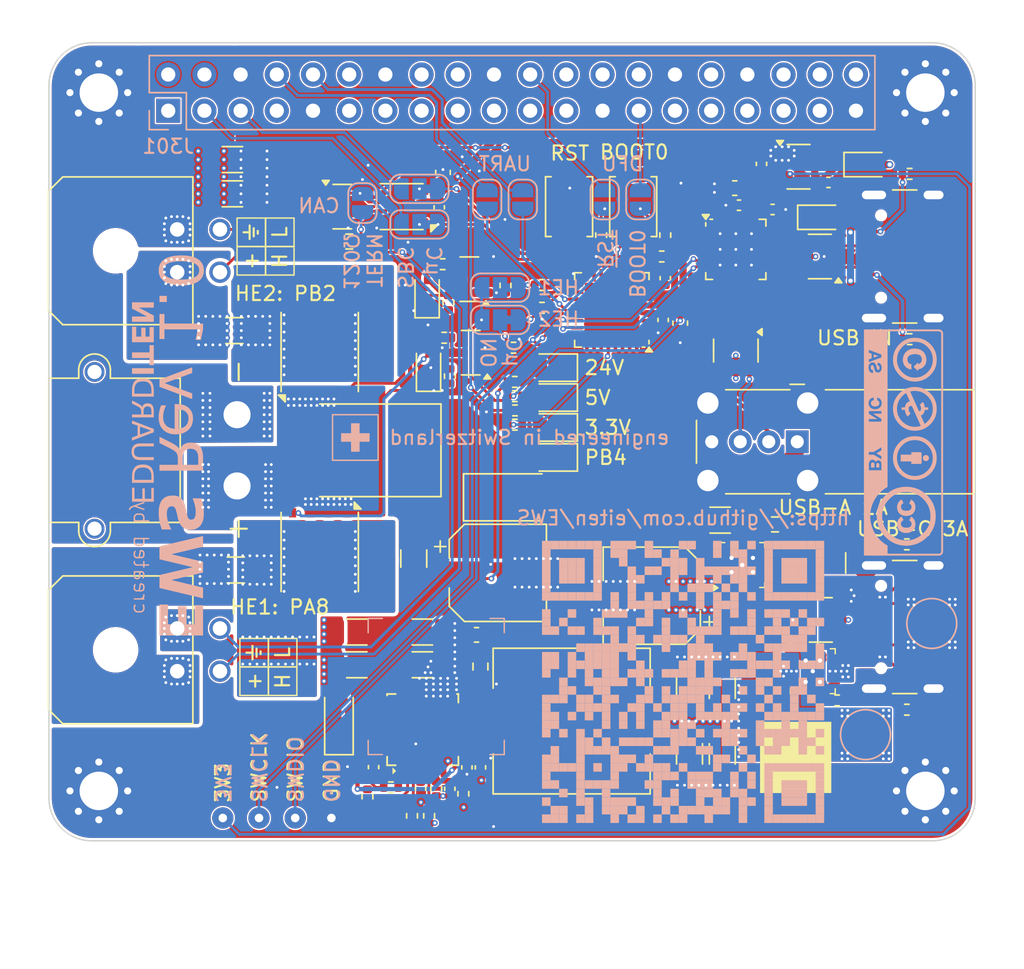
<source format=kicad_pcb>
(kicad_pcb (version 20241229) (generator "pcbnew") (generator_version "9.0")
  (title_block (title "EWS - Power, CANbus and USB HAT for 3D Printers") (date "2025-12-04") (rev "0.1") (company "Eduard Iten") (comment 1 "CC BY-NC-SA 4.0"))
  (layers (0 "F.Cu" signal) (4 "In1.Cu" signal) (6 "In2.Cu" signal) (2 "B.Cu" signal) (13 "F.Paste" user) (15 "B.Paste" user) (5 "F.SilkS" user "F.Silkscreen") (7 "B.SilkS" user "B.Silkscreen") (1 "F.Mask" user) (3 "B.Mask" user) (25 "Edge.Cuts" user))
  (property "PROJEKT_REV" "1.0")
  (net 0 "")
  (net 1 "GND")
  (net 2 "/Power/VCC")
  (net 3 "/Power/SS")
  (net 4 "/Power/EN")
  (net 5 "/Power/~{PGOOD}")
  (net 6 "/Power/T_{ON}")
  (net 7 "/Power/VIN")
  (net 8 "5V")
  (net 9 "/Power/FB")
  (net 10 "/Power/SW")
  (net 11 "/Power/SNB")
  (net 36 "3V3")
  (net 37 "Net-(U302-PF2)")
  (net 39 "Net-(J404-CC1)")
  (net 40 "Net-(J404-CC2)")
  (net 42 "Net-(J405-D--PadA7)")
  (net 43 "Net-(J405-D+-PadA6)")
  (net 44 "Net-(J406-D+)")
  (net 45 "Net-(J406-D-)")
  (net 46 "Net-(JP302-C)")
  (net 47 "Net-(JP303-B)")
  (net 48 "Net-(JP304-A)")
  (net 49 "Net-(JP307-A)")
  (net 50 "Net-(JP401-C)")
  (net 51 "Net-(J301-Pin_27)")
  (net 52 "Net-(J301-Pin_22)")
  (net 53 "/MCU/SWDIO")
  (net 54 "/MCU/SWCLK")
  (net 55 "Net-(J301-Pin_8)")
  (net 56 "Net-(J301-Pin_10)")
  (net 57 "/MCU/uC USART RX")
  (net 58 "/MCU/uC USART TX")
  (net 59 "/MCU/uC FDCAN1 TX")
  (net 60 "/MCU/uC FDCAN1 RX")
  (net 61 "5V_{SYS}")
  (net 62 "Net-(JP401-A)")
  (net 63 "/Connectivity/HE2 GATE")
  (net 64 "V_{EXT}")
  (net 65 "uC USB DP")
  (net 66 "uC USB DN")
  (net 67 "/Connectivity/USB C DP")
  (net 68 "/Connectivity/USB C DN")
  (net 69 "/Connectivity/USB IN DP")
  (net 70 "/Connectivity/USB IN DN")
  (net 71 "/Connectivity/USB A DP")
  (net 72 "/Connectivity/USB A DN")
  (net 73 "CAN L")
  (net 74 "CAN H")
  (net 75 "/Connectivity/1DP")
  (net 76 "/Connectivity/1DN")
  (net 77 "/Connectivity/HE1 GATE")
  (net 78 "24V")
  (net 79 "/MCU/SBC CAN TX")
  (net 80 "/Connectivity/OUT1")
  (net 81 "/Connectivity/OUT2")
  (net 82 "/MCU/SBC CAN RX")
  (net 83 "Net-(Q404-D)")
  (net 84 "Net-(C211-Pad2)")
  (net 85 "Net-(U202-BST)")
  (net 86 "Net-(U302-PB4)")
  (net 88 "Net-(J405-CC1)")
  (net 89 "Net-(J405-CC2)")
  (net 101 "Net-(U202-I_{LIM})")
  (net 113 "Net-(Q403-D)")
  (net 114 "Net-(D406-A)")
  (net 117 "Net-(JP301-C)")
  (net 119 "/Connectivity/OUT1F")
  (net 120 "/Connectivity/OUT2F")
  (net 122 "HE2 ON")
  (net 123 "HE1 ON")
  (net 125 "/Power/AGND")
  (net 126 "Net-(JP402-A)")
  (net 127 "Net-(D201-A)")
  (net 128 "Net-(D202-A)")
  (net 129 "Net-(D203-A)")
  (net 130 "Net-(D301-A)")
  (net 132 "Net-(JP402-C)")
  (net 138 "Net-(U405-I_{LIM})")
  (net 139 "/Connectivity/5VC")
  (net 140 "/Connectivity/5VA")
  (net 142 "Net-(U406-I_{LIM})")
  (footprint "Capacitor_SMD:C_1206_3216Metric" (layer "F.Cu") (at 185 103.5 90)
    (property "Reference" "C405" (hide yes))
    (property "Value" "22u")
  )
  (footprint "Connector_Molex:Molex_Micro-Fit_3.0_43045-0400_2x02_P3.00mm_Horizontal" (layer "F.Cu") (at 139 111.1 90)
    (property "Reference" "J402" (hide yes))
    (property "Value" "MX3.0 2x2")
  )
  (footprint "Capacitor_SMD:C_0603_1608Metric" (layer "F.Cu") (at 174.3 86.675 -90)
    (property "Reference" "C303" (hide yes))
    (property "Value" "10u")
  )
  (footprint "Inductor_SMD:L_APV_APH1050" (layer "F.Cu") (at 166.68 114.6)
    (property "Reference" "L201" (hide yes))
    (property "Value" "3.3uH" (hide yes))
  )
  (footprint "LED_SMD:LED_0805_2012Metric" (layer "F.Cu") (at 165.4 94 180)
    (property "Reference" "D202" (hide yes))
    (property "Value" "YELLOW")
  )
  (footprint "Connector_USB:USB_A_Wuerth_614004134726_Horizontal" (layer "F.Cu") (at 182.51 95 180)
    (property "Reference" "J406" (hide yes))
    (property "Value" "USB-A")
  )
  (footprint "Capacitor_SMD:C_1206_3216Metric" (layer "F.Cu") (at 177.25 116.9 -90)
    (property "Reference" "C217" (hide yes))
    (property "Value" "22u" (hide yes))
  )
  (footprint "Resistor_SMD:R_0402_1005Metric" (layer "F.Cu") (at 162.69 90.8)
    (property "Reference" "R201" (hide yes))
    (property "Value" "22k")
  )
  (footprint "Resistor_SMD:R_0402_1005Metric" (layer "F.Cu") (at 173.25 80.5 -90)
    (property "Reference" "R305" (hide yes))
    (property "Value" "1k")
  )
  (footprint "Button_Switch_SMD:SW_SPST_TS-1088-xR020" (layer "F.Cu") (at 166.5 78.5 -90)
    (property "Reference" "SW301" (hide yes))
    (property "Value" "TS-1088")
  )
  (footprint "Diode_SMD:D_SMC" (layer "F.Cu") (at 152.6 95.6 180)
    (property "Reference" "D403" (hide yes))
    (property "Value" "SS56")
  )
  (footprint "Package_DFN_QFN:QFN-32-1EP_5x5mm_P0.5mm_EP3.45x3.45mm" (layer "F.Cu") (at 169.5 85.75 180)
    (property "Reference" "U302" (hide yes))
    (property "Value" "STM32G0B1KBUx")
  )
  (footprint "Package_SON:HVSON-8-1EP_3x3mm_P0.65mm_EP1.6x2.4mm" (layer "F.Cu") (at 154.75 78.5 180)
    (property "Reference" "U301" (hide yes))
    (property "Value" "TJA1051TK-3")
  )
  (footprint "Package_TO_SOT_SMD:SOT-23" (layer "F.Cu") (at 159.6 88.75 180)
    (property "Reference" "Q403" (hide yes))
    (property "Value" "AO3400A")
  )
  (footprint "Capacitor_SMD:CP_Elec_6.3x7.7" (layer "F.Cu") (at 161.5 104.2)
    (property "Reference" "C201" (hide yes))
    (property "Value" "100u" (hide yes))
  )
  (footprint "Package_TO_SOT_SMD:SOT-23-6" (layer "F.Cu") (at 184.1 82 180)
    (property "Reference" "U402" (hide yes))
    (property "Value" "USBLC6-2SC6")
  )
  (footprint "LED_SMD:LED_0805_2012Metric" (layer "F.Cu") (at 165.4 91.9 180)
    (property "Reference" "D203" (hide yes))
    (property "Value" "YELLOW")
  )
  (footprint "project:S-PVSON-N8" (layer "F.Cu") (at 183.6 111.1)
    (property "Reference" "U405" (hide yes))
    (property "Value" "TPS2557")
  )
  (footprint "Capacitor_SMD:C_1206_3216Metric" (layer "F.Cu") (at 174.95 112.3 90)
    (property "Reference" "C214" (hide yes))
    (property "Value" "22u" (hide yes))
  )
  (footprint "Resistor_SMD:R_0603_1608Metric" (layer "F.Cu") (at 160.28 110.775 90)
    (property "Reference" "R209" (hide yes))
    (property "Value" "1R")
  )
  (footprint "Resistor_SMD:R_0402_1005Metric" (layer "F.Cu") (at 162.7 93.8)
    (property "Reference" "R301" (hide yes))
    (property "Value" "330R")
  )
  (footprint "Resistor_SMD:R_0402_1005Metric" (layer "F.Cu") (at 157.7375 87.7)
    (property "Reference" "R403" (hide yes))
    (property "Value" "33k")
  )
  (footprint "Resistor_SMD:R_0402_1005Metric" (layer "F.Cu") (at 162.7 92.8)
    (property "Reference" "R202" (hide yes))
    (property "Value" "2k2")
  )
  (footprint "Diode_SMD:D_SOD-323" (layer "F.Cu") (at 184.15 79.25)
    (property "Reference" "D406" (hide yes))
    (property "Value" "1N5819WS")
  )
  (footprint "Capacitor_SMD:C_1206_3216Metric" (layer "F.Cu") (at 142.875 75.2 180)
    (property "Reference" "C307" (hide yes))
    (property "Value" "22u")
  )
  (footprint "Resistor_SMD:R_0402_1005Metric" (layer "F.Cu") (at 164.6 85.6 180)
    (property "Reference" "R407" (hide yes))
    (property "Value" "1k")
  )
  (footprint "Package_DFN_QFN:AO_DFN-8-1EP_5.55x5.2mm_P1.27mm_EP4.12x4.6mm" (layer "F.Cu") (at 149 88.7 90)
    (property "Reference" "Q402" (hide yes))
    (property "Value" "CJAC70P06")
  )
  (footprint "Package_TO_SOT_SMD:SOT-23" (layer "F.Cu") (at 150.5875 78.5)
    (property "Reference" "D302" (hide yes))
    (property "Value" "PESD1CAN")
  )
  (footprint "Resistor_SMD:R_0402_1005Metric" (layer "F.Cu") (at 152.35 119.9 90)
    (property "Reference" "R204" (hide yes))
    (property "Value" "10k")
  )
  (footprint "Capacitor_SMD:C_0402_1005Metric" (layer "F.Cu") (at 157.3875 78.5475 90)
    (property "Reference" "C305" (hide yes))
    (property "Value" "100n")
  )
  (footprint "Resistor_SMD:R_0603_1608Metric" (layer "F.Cu") (at 180.95 100.8)
    (property "Reference" "R414" (hide yes))
    (property "Value" "68k")
  )
  (footprint "Fuse:Fuse_1206_3216Metric_Pad1.42x1.75mm_HandSolder" (layer "F.Cu") (at 143.1125 104 180)
    (property "Reference" "F401" (hide yes))
    (property "Value" "5A")
  )
  (footprint "Resistor_SMD:R_0402_1005Metric" (layer "F.Cu") (at 155.48 121.25 -90)
    (property "Reference" "R207" (hide yes))
    (property "Value" "33k" (hide yes))
  )
  (footprint "Package_DFN_QFN:AO_DFN-8-1EP_5.55x5.2mm_P1.27mm_EP4.12x4.6mm" (layer "F.Cu") (at 149 102.735 -90)
    (property "Reference" "Q401" (hide yes))
    (property "Value" "CJAC70P06")
  )
  (footprint "MountingHole:MountingHole_2.7mm_Pad_Via" (layer "F.Cu") (at 133.5 119.5)
    (property "Reference" "MH103" (hide yes))
    (property "Value" "MountingHole_Pad")
  )
  (footprint "project:NAMED_TEST_POINT" (layer "F.Cu") (at 147.28 121.4 90)
    (property "Reference" "TP302" (hide yes))
    (property "Value" "SWDIO")
  )
  (footprint "Package_TO_SOT_SMD:SOT-23-3" (layer "F.Cu") (at 182.6 75.7)
    (property "Reference" "U201" (hide yes))
    (property "Value" "XC6206P332MR")
  )
  (footprint "Capacitor_SMD:C_0402_1005Metric" (layer "F.Cu") (at 173.25 83.52 -90)
    (property "Reference" "C301" (hide yes))
    (property "Value" "100n")
  )
  (footprint "Capacitor_SMD:C_0402_1005Metric" (layer "F.Cu") (at 152.78 117.83 90)
    (property "Reference" "C211" (hide yes))
    (property "Value" "1u" (hide yes))
  )
  (footprint "Capacitor_SMD:C_1206_3216Metric" (layer "F.Cu") (at 142.875 77.6 180)
    (property "Reference" "C306" (hide yes))
    (property "Value" "22u")
  )
  (footprint "Capacitor_SMD:C_0402_1005Metric" (layer "F.Cu") (at 158.13 119.35 90)
    (property "Reference" "C213" (hide yes))
    (property "Value" "1n" (hide yes))
  )
  (footprint "Diode_SMD:D_SOD-323" (layer "F.Cu") (at 156.6375 89.85 90)
    (property "Reference" "D401" (hide yes))
    (property "Value" "BZT52C15S")
  )
  (footprint "MountingHole:MountingHole_2.7mm_Pad_Via" (layer "F.Cu") (at 191.5 119.5)
    (property "Reference" "MH104" (hide yes))
    (property "Value" "MountingHole_Pad")
  )
  (footprint "MountingHole:MountingHole_2.7mm_Pad_Via" (layer "F.Cu") (at 191.5 70.5)
    (property "Reference" "MH102" (hide yes))
    (property "Value" "MountingHole_Pad")
  )
  (footprint "Capacitor_SMD:C_0402_1005Metric" (layer "F.Cu") (at 159.33 117.85 -90)
    (property "Reference" "C208" (hide yes))
    (property "Value" "100n" (hide yes))
  )
  (footprint "Diode_SMD:D_SMA" (layer "F.Cu") (at 162.6 98.9)
    (property "Reference" "D404" (hide yes))
    (property "Value" "SMAJ26A")
  )
  (footprint "Resistor_SMD:R_0402_1005Metric" (layer "F.Cu") (at 168.75 80.5 -90)
    (property "Reference" "R302" (hide yes))
    (property "Value" "1k")
  )
  (footprint "project:IC_XR76208ELTR-F" (layer "F.Cu") (at 156.23 115.2 90)
    (property "Reference" "U202" (hide yes))
    (property "Value" "XR76208")
  )
  (footprint "Resistor_SMD:R_0402_1005Metric" (layer "F.Cu") (at 162.0375 84.03 -90)
    (property "Reference" "R406" (hide yes))
    (property "Value" "33k")
  )
  (footprint "Capacitor_SMD:C_1206_3216Metric" (layer "F.Cu") (at 151.605 110.65 180)
    (property "Reference" "C205" (hide yes))
    (property "Value" "10u" (hide yes))
  )
  (footprint "Capacitor_SMD:C_1206_3216Metric" (layer "F.Cu") (at 177.1 100.5 180)
    (property "Reference" "C406" (hide yes))
    (property "Value" "22u")
  )
  (footprint "Fuse:Fuse_1206_3216Metric_Pad1.42x1.75mm_HandSolder" (layer "F.Cu") (at 155.6 103.2 90)
    (property "Reference" "F201" (hide yes))
    (property "Value" "3A")
  )
  (footprint "Capacitor_SMD:C_1206_3216Metric" (layer "F.Cu") (at 151.605 108.35 180)
    (property "Reference" "C202" (hide yes))
    (property "Value" "10u" (hide yes))
  )
  (footprint "Resistor_SMD:R_0402_1005Metric" (layer "F.Cu") (at 159.08 119.7 -90)
    (property "Reference" "R211" (hide yes))
    (property "Value" "2k" (hide yes))
  )
  (footprint "Capacitor_SMD:C_0402_1005Metric" (layer "F.Cu") (at 156.08 119.35 -90)
    (property "Reference" "C210" (hide yes))
    (property "Value" "100n" (hide yes))
  )
  (footprint "Resistor_SMD:R_0402_1005Metric" (layer "F.Cu") (at 157.18 119.35 90)
    (property "Reference" "R210" (hide yes))
    (property "Value" "15k" (hide yes))
  )
  (footprint "MountingHole:MountingHole_2.7mm_Pad_Via" (layer "F.Cu") (at 133.5 70.5)
    (property "Reference" "MH101" (hide yes))
    (property "Value" "MountingHole_Pad")
  )
  (footprint "Button_Switch_SMD:SW_SPST_TS-1088-xR020" (layer "F.Cu") (at 171 78.5 -90)
    (property "Reference" "SW302" (hide yes))
    (property "Value" "TS-1088")
  )
  (footprint "Capacitor_SMD:C_0402_1005Metric" (layer "F.Cu") (at 180.78 78.7)
    (property "Reference" "C401" (hide yes))
    (property "Value" "100n")
  )
  (footprint "Capacitor_SMD:C_0402_1005Metric" (layer "F.Cu") (at 173.1 86.45 90)
    (property "Reference" "C302" (hide yes))
    (property "Value" "100n")
  )
  (footprint "NetTie:NetTie-2_SMD_Pad0.5mm" (layer "F.Cu") (at 156.25 116.2)
    (property "Reference" "NT201" (hide yes))
    (property "Value" "NetTie_2" (hide yes))
  )
  (footprint "Resistor_SMD:R_0402_1005Metric" (layer "F.Cu") (at 173 82 180)
    (property "Reference" "R303" (hide yes))
    (property "Value" "10k")
  )
  (footprint "Resistor_SMD:R_0402_1005Metric" (layer "F.Cu") (at 157.6275 82.54)
    (property "Reference" "R404" (hide yes))
    (property "Value" "33k")
  )
  (footprint "Package_TO_SOT_SMD:SOT-23-6" (layer "F.Cu") (at 184.1625 107.5)
    (property "Reference" "U403" (hide yes))
    (property "Value" "USBLC6-2SC6")
  )
  (footprint "Resistor_SMD:R_0402_1005Metric" (layer "F.Cu") (at 190.2 113.8 180)
    (property "Reference" "R411" (hide yes))
    (property "Value" "10k")
  )
  (footprint "project:S-PVSON-N8" (layer "F.Cu") (at 178.65 103.65 90)
    (property "Reference" "U406" (hide yes))
    (property "Value" "TPS2557")
  )
  (footprint "Diode_SMD:D_SOD-323" (layer "F.Cu") (at 187.4 75.55)
    (property "Reference" "D405" (hide yes))
    (property "Value" "1N5819WS")
  )
  (footprint "Resistor_SMD:R_0402_1005Metric" (layer "F.Cu") (at 156.68 121.25 90)
    (property "Reference" "R206" (hide yes))
    (property "Value" "10k" (hide yes))
  )
  (footprint "Package_TO_SOT_SMD:SOT-23" (layer "F.Cu") (at 159.5 83.59 180)
    (property "Reference" "Q404" (hide yes))
    (property "Value" "AO3400A")
  )
  (footprint "Resistor_SMD:R_0402_1005Metric" (layer "F.Cu") (at 190.2 102.2 180)
    (property "Reference" "R412" (hide yes))
    (property "Value" "10k")
  )
  (footprint "Diode_SMD:D_SOD-323" (layer "F.Cu") (at 156.5375 84.69 90)
    (property "Reference" "D402" (hide yes))
    (property "Value" "BZT52C15S")
  )
  (footprint "Resistor_SMD:R_0402_1005Metric" (layer "F.Cu") (at 190.4 87.8)
    (property "Reference" "R409" (hide yes))
    (property "Value" "5k1")
  )
  (footprint "Capacitor_SMD:C_1206_3216Metric" (layer "F.Cu") (at 177.25 112.3 90)
    (property "Reference" "C215" (hide yes))
    (property "Value" "22u" (hide yes))
  )
  (footprint "Resistor_SMD:R_0402_1005Metric" (layer "F.Cu") (at 185.31 113.15 180)
    (property "Reference" "R413" (hide yes))
    (property "Value" "33k")
  )
  (footprint "Diode_SMD:D_SOD-123" (layer "F.Cu") (at 150.35 114.6 90)
    (property "Reference" "D204" (hide yes))
    (property "Value" "BZT52C4V7")
  )
  (footprint "Connector_AMASS:AMASS_XT30PW-M_1x02_P2.50mm_Horizontal" (layer "F.Cu") (at 143.2 93.1 90)
    (property "Reference" "J401" (hide yes))
    (property "Value" "XT30")
  )
  (footprint "Resistor_SMD:R_0402_1005Metric" (layer "F.Cu") (at 158.1375 90.4 90)
    (property "Reference" "R401" (hide yes))
    (property "Value" "33k")
  )
  (footprint "Resistor_SMD:R_0402_1005Metric" (layer "F.Cu") (at 162.69 91.8)
    (property "Reference" "R203" (hide yes))
    (property "Value" "1k")
  )
  (footprint "Connector_USB:USB_C_Receptacle_GCT_USB4105-xx-A_16P_TopMnt_Horizontal" (layer "F.Cu") (at 191 108 90)
    (property "Reference" "J405" (hide yes))
    (property "Value" "USB-C")
  )
  (footprint "Resistor_SMD:R_0402_1005Metric" (layer "F.Cu") (at 164.6 84 180)
    (property "Reference" "R408" (hide yes))
    (property "Value" "1k")
  )
  (footprint "Package_DFN_QFN:QFN-24-1EP_4x4mm_P0.5mm_EP2.7x2.7mm_ThermalVias" (layer "F.Cu") (at 178.2 81.5)
    (property "Reference" "U401" (hide yes))
    (property "Value" "CH334F")
  )
  (footprint "LED_SMD:LED_0805_2012Metric" (layer "F.Cu") (at 165.4 96.1 180)
    (property "Reference" "D301" (hide yes))
    (property "Value" "GREEN")
  )
  (footprint "Resistor_SMD:R_0402_1005Metric" (layer "F.Cu") (at 190.4 76.2)
    (property "Reference" "R410" (hide yes))
    (property "Value" "5k1")
  )
  (footprint "Capacitor_SMD:C_1206_3216Metric" (layer "F.Cu") (at 156.205 108.35)
    (property "Reference" "C206" (hide yes))
    (property "Value" "10u")
  )
  (footprint "Resistor_SMD:R_0402_1005Metric" (layer "F.Cu") (at 162.6 88.4 180)
    (property "Reference" "R405" (hide yes))
    (property "Value" "33k")
  )
  (footprint "Capacitor_SMD:C_0603_1608Metric" (layer "F.Cu") (at 160.005 108.55 180)
    (property "Reference" "C212" (hide yes))
    (property "Value" "220p")
  )
  (footprint "project:NAMED_TEST_POINT" (layer "F.Cu") (at 142.2 121.4 90)
    (property "Reference" "TP201" (hide yes))
    (property "Value" "3V3")
  )
  (footprint "Capacitor_SMD:C_1206_3216Metric" (layer "F.Cu") (at 174.95 116.9 -90)
    (property "Reference" "C216" (hide yes))
    (property "Value" "22u" (hide yes))
  )
  (footprint "Capacitor_SMD:CP_Elec_6.3x7.7" (layer "F.Cu") (at 172.3 105.8 180)
    (property "Reference" "C403" (hide yes))
    (property "Value" "100u")
  )
  (footprint "Connector_Molex:Molex_Micro-Fit_3.0_43045-0400_2x02_P3.00mm_Horizontal" (layer "F.Cu") (at 139 83.1 90)
    (property "Reference" "J403" (hide yes))
    (property "Value" "MX3.0 2x2")
  )
  (footprint "Resistor_SMD:R_0402_1005Metric" (layer "F.Cu") (at 154 119.25)
    (property "Reference" "R208" (hide yes))
    (property "Value" "5k1" (hide yes))
  )
  (footprint "Resistor_SMD:R_0402_1005Metric" (layer "F.Cu") (at 158.0375 85.24 90)
    (property "Reference" "R402" (hide yes))
    (property "Value" "33k")
  )
  (footprint "project:NAMED_TEST_POINT" (layer "F.Cu") (at 149.82 121.4 90)
    (property "Reference" "TP301" (hide yes))
    (property "Value" "GND")
  )
  (footprint "Capacitor_SMD:C_0402_1005Metric" (layer "F.Cu") (at 160.28 117.85 -90)
    (property "Reference" "C209" (hide yes))
    (property "Value" "4u7" (hide yes))
  )
  (footprint "LED_SMD:LED_0805_2012Metric" (layer "F.Cu") (at 165.4 89.8 180)
    (property "Reference" "D201" (hide yes))
    (property "Value" "YELLOW")
  )
  (footprint "Capacitor_SMD:C_1206_3216Metric" (layer "F.Cu") (at 156.205 110.65)
    (property "Reference" "C204" (hide yes))
    (property "Value" "10u")
  )
  (footprint "Connector_USB:USB_C_Receptacle_GCT_USB4105-xx-A_16P_TopMnt_Horizontal" (layer "F.Cu") (at 191 82 90)
    (property "Reference" "J404" (hide yes))
    (property "Value" "USB-C")
  )
  (footprint "Capacitor_SMD:C_0402_1005Metric" (layer "F.Cu") (at 184.7 76.8 180)
    (property "Reference" "C203" (hide yes))
    (property "Value" "1u")
  )
  (footprint "project:NAMED_TEST_POINT" (layer "F.Cu") (at 144.74 121.4 90)
    (property "Reference" "TP303" (hide yes))
    (property "Value" "SWCLK")
  )
  (footprint "Capacitor_SMD:C_0603_1608Metric" (layer "F.Cu") (at 178.125 77.2 180)
    (property "Reference" "C402" (hide yes))
    (property "Value" "10u")
  )
  (footprint "Package_TO_SOT_SMD:SOT-23-6" (layer "F.Cu") (at 178.2 88.6 -90)
    (property "Reference" "U404" (hide yes))
    (property "Value" "USBLC6-2SC6")
  )
  (footprint "Capacitor_SMD:C_0603_1608Metric" (layer "F.Cu") (at 157.65 76.1 90)
    (property "Reference" "C304" (hide yes))
    (property "Value" "10u")
  )
  (footprint "Resistor_SMD:R_0603_1608Metric" (layer "F.Cu") (at 151.075 80.95 180)
    (property "Reference" "R304" (hide yes))
    (property "Value" "120R")
  )
  (footprint "Fuse:Fuse_1206_3216Metric_Pad1.42x1.75mm_HandSolder" (layer "F.Cu") (at 143.0125 87.2 180)
    (property "Reference" "F402" (hide yes))
    (property "Value" "5A")
  )
  (footprint "Capacitor_SMD:C_0402_1005Metric" (layer "F.Cu") (at 180 75.5 -90)
    (property "Reference" "C207" (hide yes))
    (property "Value" "1u")
  )
  (footprint "Capacitor_SMD:C_0402_1005Metric" (layer "F.Cu") (at 178.42 78.4 180)
    (property "Reference" "C404" (hide yes))
    (property "Value" "100n")
  )
  (footprint "Jumper:SolderJumper-2_P1.3mm_Open_RoundedPad1.0x1.5mm" (layer "B.Cu") (at 163.25 78 90)
    (property "Reference" "JP305" (hide yes))
    (property "Value" "~")
  )
  (footprint "Jumper:SolderJumper-2_P1.3mm_Open_RoundedPad1.0x1.5mm" (layer "B.Cu") (at 152 78.25 -90)
    (property "Reference" "JP303" (hide yes))
    (property "Value" "~")
  )
  (footprint "project:SolderJumper-3_P1.3mm_Bridged12_RoundedPad1.0x1.5mm_custom" (layer "B.Cu") (at 156 77.25 180)
    (property "Reference" "JP301" (hide yes))
    (property "Value" "~")
  )
  (footprint "project:SolderJumper-3_P1.3mm_Bridged12_RoundedPad1.0x1.5mm_custom" (layer "B.Cu") (at 161.6575 86.448641 180)
    (property "Reference" "JP401" (hide yes))
    (property "Value" "~")
  )
  (footprint "TestPoint:TestPoint_Pad_D3.0mm" (layer "B.Cu") (at 187.3 115.55 90)
    (property "Reference" "TP202" (hide yes))
    (property "Value" "5V")
  )
  (footprint "Connector_PinSocket_2.54mm:PinSocket_2x20_P2.54mm_Vertical" (layer "B.Cu") (at 138.37 71.77 -90)
    (property "Reference" "J301")
    (property "Value" "GPIO")
  )
  (footprint "Jumper:SolderJumper-2_P1.3mm_Open_RoundedPad1.0x1.5mm" (layer "B.Cu") (at 169 78 90)
    (property "Reference" "JP304" (hide yes))
    (property "Value" "~")
  )
  (footprint "project:http___github.com_eiten_EWS" (layer "B.Cu") (at 174.5 111.85 180)
    (property "Reference" "LABEL103" (hide yes))
    (property "Value" "https://github.com/eiten/EWS")
  )
  (footprint "Jumper:SolderJumper-2_P1.3mm_Open_RoundedPad1.0x1.5mm" (layer "B.Cu") (at 160.75 78 90)
    (property "Reference" "JP306" (hide yes))
    (property "Value" "~")
  )
  (footprint "project:HeatSink_9x9x5" (layer "B.Cu") (at 157.15 112.15 -90)
    (property "Reference" "HS201" (hide yes))
    (property "Value" "Heatsink" (hide yes))
  )
  (footprint "project:EduardIten" (layer "B.Cu") (at 136.45 98.55 90)
    (property "Reference" "LABEL102" (hide yes))
    (property "Value" "CREATED BY")
  )
  (footprint "project:SolderJumper-3_P1.3mm_Bridged12_RoundedPad1.0x1.5mm_custom" (layer "B.Cu") (at 156 79.75 180)
    (property "Reference" "JP302" (hide yes))
    (property "Value" "~")
  )
  (footprint "project:EWS Rev. 1.0" (layer "B.Cu") (at 139 97.95 90)
    (property "Reference" "LABEL101" (hide yes))
    (property "Value" "PCB  NAME")
  )
  (footprint "project:SolderJumper-3_P1.3mm_Bridged12_RoundedPad1.0x1.5mm_custom" (layer "B.Cu") (at 161.6575 84.183641 180)
    (property "Reference" "JP402" (hide yes))
    (property "Value" "~")
  )
  (footprint "Jumper:SolderJumper-2_P1.3mm_Open_RoundedPad1.0x1.5mm" (layer "B.Cu") (at 171.5 78 90)
    (property "Reference" "JP307" (hide yes))
    (property "Value" "~")
  )
  (footprint "TestPoint:TestPoint_Pad_D3.0mm" (layer "B.Cu") (at 191.95 107.75 180)
    (property "Reference" "TP203" (hide yes))
    (property "Value" "GND")
  )
  (footprint "project:CC_BY_NC_SA 4" (layer "B.Cu") (at 190.8 100.75 90)
    (property "Reference" "LABEL104" (hide yes))
    (property "Value" "LICENSE")
  )
  (footprint "project:Switzerland" (layer "B.Cu") (at 151.5 94.7 180)
    (property "Reference" "LABEL105" (hide yes))
    (property "Value" "SWITZERLAND" (hide yes))
  )
  (gr_rect (start 145.2 79.3) (end 147.2 81.3) (stroke (width 0.1)) (fill no) (layer "F.SilkS"))
  (gr_rect (start 145.4 108.8) (end 147.4 110.8) (stroke (width 0.1)) (fill no) (layer "F.SilkS"))
  (gr_rect (start 179.9 114.65) (end 184.9 119.65) (fill yes) (layer "F.SilkS"))
  (gr_rect (start 143.2 81.3) (end 145.2 83.3) (stroke (width 0.1)) (fill no) (layer "F.SilkS"))
  (gr_rect (start 143.4 110.8) (end 145.4 112.8) (stroke (width 0.1)) (fill no) (layer "F.SilkS"))
  (gr_rect (start 145.2 81.3) (end 147.2 83.3) (stroke (width 0.1)) (fill no) (layer "F.SilkS"))
  (gr_rect (start 145.4 110.8) (end 147.4 112.8) (stroke (width 0.1)) (fill no) (layer "F.SilkS"))
  (gr_rect (start 143.2 79.3) (end 145.2 81.3) (stroke (width 0.1)) (fill no) (layer "F.SilkS"))
  (gr_rect (start 143.4 108.8) (end 145.4 110.8) (stroke (width 0.1)) (fill no) (layer "F.SilkS"))
  (gr_arc (start 195 120) (mid 194.12132 122.12132) (end 192 123) (stroke (width 0.1)) (layer "Edge.Cuts"))
  (gr_line (start 192 67) (end 133 67) (stroke (width 0.1)) (layer "Edge.Cuts"))
  (gr_line (start 195 120) (end 195 70) (stroke (width 0.1)) (layer "Edge.Cuts"))
  (gr_arc (start 192 67) (mid 194.12132 67.87868) (end 195 70) (stroke (width 0.1)) (layer "Edge.Cuts"))
  (gr_arc (start 133 123) (mid 130.87868 122.12132) (end 130 120) (stroke (width 0.1)) (layer "Edge.Cuts"))
  (gr_line (start 133 123) (end 192 123) (stroke (width 0.1)) (layer "Edge.Cuts"))
  (gr_arc (start 130 70) (mid 130.87868 67.87868) (end 133 67) (stroke (width 0.1)) (layer "Edge.Cuts"))
  (gr_line (start 130 70) (end 130 120) (stroke (width 0.1)) (layer "Edge.Cuts"))
  (gr_text "RST" (at 166.55 74.75 0) (layer "F.SilkS") (effects (font (size 1 1))))
  (gr_text "BOOT0" (at 171.069 74.676 0) (layer "F.SilkS") (effects (font (size 1 1))))
  (gr_text "H" (at 146.2 82.3 90) (layer "F.SilkS") (effects (font (size 1 1))))
  (gr_text "⏚" (at 144.4 109.8 90) (layer "F.SilkS") (effects (font (size 1 1))))
  (gr_text "HE1: PA8" (at 146.2 106.6 0) (layer "F.SilkS") (effects (font (size 1 1))))
  (gr_text "USB-A 1A" (at 181.1 100.2 0) (layer "F.SilkS") (effects (font (size 1 1)) (justify left bottom)))
  (gr_text "⏚" (at 144.2 80.3 90) (layer "F.SilkS") (effects (font (size 1 1))))
  (gr_text "+" (at 144.4 111.8 90) (layer "F.SilkS") (effects (font (size 1 1))))
  (gr_text "L" (at 146.4 109.8 90) (layer "F.SilkS") (effects (font (size 1 1))))
  (gr_text "3.3V" (at 167.5 94 0) (layer "F.SilkS") (effects (font (size 1 1)) (justify left)))
  (gr_text "USB IN" (at 183.8 88.3 0) (layer "F.SilkS") (effects (font (size 1 1)) (justify left bottom)))
  (gr_text "L" (at 146.2 80.3 90) (layer "F.SilkS") (effects (font (size 1 1))))
  (gr_text "24V" (at 167.5 89.8 0) (layer "F.SilkS") (effects (font (size 1 1)) (justify left)))
  (gr_text "5V" (at 167.5 91.9 0) (layer "F.SilkS") (effects (font (size 1 1)) (justify left)))
  (gr_text "H" (at 146.4 111.8 90) (layer "F.SilkS") (effects (font (size 1 1))))
  (gr_text "USB-C 3A" (at 186.6 101.7 0) (layer "F.SilkS") (effects (font (size 1 1)) (justify left bottom)))
  (gr_text "HE2: PB2" (at 146.6 84.6 0) (layer "F.SilkS") (effects (font (size 1 1))))
  (gr_text "+" (at 144.2 82.3 90) (layer "F.SilkS") (effects (font (size 1 1))))
  (gr_text "PB4" (at 167.5 96.1 0) (layer "F.SilkS") (effects (font (size 1 1)) (justify left)))
  (gr_text "CAN" (at 150.5 78.439664 0) (layer "B.SilkS") (effects (font (size 1 1)) (justify left mirror)))
  (gr_text "TERM\n120Ω" (at 152 80.25 270) (layer "B.SilkS") (effects (font (size 1 1)) (justify right mirror)))
  (gr_text "~{RST}" (at 169 80 270) (layer "B.SilkS") (effects (font (size 1 1)) (justify right mirror)))
  (gr_text "BOOT0" (at 171.25 80 270) (layer "B.SilkS") (effects (font (size 1 1)) (justify right mirror)))
  (gr_text "μC" (at 157 81.2 270) (layer "B.SilkS") (effects (font (size 1 1)) (justify right mirror)))
  (gr_text "μC" (at 162.6 87.6 270) (layer "B.SilkS") (effects (font (size 1 1)) (justify right mirror)))
  (gr_text "DFU" (at 170.25 75.5 -0) (layer "B.SilkS") (effects (font (size 1 1)) (justify mirror)))
  (gr_text "HE1" (at 164.2 84.2 0) (layer "B.SilkS") (effects (font (size 1 1)) (justify right mirror)))
  (gr_text "UART" (at 162 75.5 -0) (layer "B.SilkS") (effects (font (size 1 1)) (justify mirror)))
  (gr_text "ON" (at 160.8 87.6 270) (layer "B.SilkS") (effects (font (size 1 1)) (justify right mirror)))
  (gr_text "HE2" (at 164.2 86.4 0) (layer "B.SilkS") (effects (font (size 1 1)) (justify right mirror)))
  (gr_text "SBC" (at 155 81.2 270) (layer "B.SilkS") (effects (font (size 1 1)) (justify right mirror)))
  (segment (start 177.95 78.45) (end 178 78.4) (width 0.25) (layer "F.Cu") (net 1))
  (via (at 190.3 109.05) (size 0.4) (drill 0.2) (layers "F.Cu" "B.Cu") (net 1))
  (via (at 172.75 87.35) (size 0.4) (drill 0.2) (layers "F.Cu" "B.Cu") (net 1))
  (via (at 145.3 75.8) (size 0.4) (drill 0.2) (layers "F.Cu" "B.Cu") (net 1))
  (via (at 174.6 110.1) (size 0.4) (drill 0.2) (layers "F.Cu" "B.Cu") (net 1))
  (via (at 163.2 103.2) (size 0.4) (drill 0.2) (layers "F.Cu" "B.Cu") (net 1))
  (via (at 162.7 103.2) (size 0.4) (drill 0.2) (layers "F.Cu" "B.Cu") (net 1))
  (via (at 170.6 106.8) (size 0.4) (drill 0.2) (layers "F.Cu" "B.Cu") (net 1))
  (via (at 146 119.25) (size 0.4) (drill 0.2) (layers "F.Cu" "B.Cu") (net 1))
  (via (at 158.48 110.75) (size 0.4) (drill 0.2) (layers "F.Cu" "B.Cu") (net 1))
  (via (at 145.5 92.6) (size 0.4) (drill 0.2) (layers "F.Cu" "B.Cu") (net 1))
  (via (at 149.3 110.3) (size 0.4) (drill 0.2) (layers "F.Cu" "B.Cu") (net 1))
  (via (at 149.3 110.8) (size 0.4) (drill 0.2) (layers "F.Cu" "B.Cu") (net 1))
  (via (at 156.8 110.4) (size 0.4) (drill 0.2) (layers "F.Cu" "B.Cu") (net 1))
  (via (at 158.48 110.25) (size 0.4) (drill 0.2) (layers "F.Cu" "B.Cu") (net 1))
  (via (at 145.3 74.6) (size 0.4) (drill 0.2) (layers "F.Cu" "B.Cu") (net 1))
  (via (at 139.8 80.9) (size 0.4) (drill 0.2) (layers "F.Cu" "B.Cu") (net 1))
  (via (at 140.8 93.1) (size 0.4) (drill 0.2) (layers "F.Cu" "B.Cu") (net 1))
  (via (at 184.4 82) (size 0.4) (drill 0.2) (layers "F.Cu" "B.Cu") (net 1))
  (via (at 177.6 110.1) (size 0.4) (drill 0.2) (layers "F.Cu" "B.Cu") (net 1))
  (via (at 149.3 111.8) (size 0.4) (drill 0.2) (layers "F.Cu" "B.Cu") (net 1))
  (via (at 158.6 112.4) (size 0.4) (drill 0.2) (layers "F.Cu" "B.Cu") (net 1))
  (via (at 175.1 119.1) (size 0.4) (drill 0.2) (layers "F.Cu" "B.Cu") (net 1))
  (via (at 182.2 107.5) (size 0.4) (drill 0.2) (layers "F.Cu" "B.Cu") (net 1))
  (via (at 145.3 78.2) (size 0.4) (drill 0.2) (layers "F.Cu" "B.Cu") (net 1))
  (via (at 170.1 104.8) (size 0.4) (drill 0.2) (layers "F.Cu" "B.Cu") (net 1))
  (via (at 155.6 85.8) (size 0.4) (drill 0.2) (layers "F.Cu" "B.Cu") (net 1))
  (via (at 162 79.4) (size 0.4) (drill 0.2) (layers "F.Cu" "B.Cu") (net 1))
  (via (at 181 74.3) (size 0.4) (drill 0.2) (layers "F.Cu" "B.Cu") (net 1))
  (via (at 169.1 106.8) (size 0.4) (drill 0.2) (layers "F.Cu" "B.Cu") (net 1))
  (via (at 139.4 81) (size 0.4) (drill 0.2) (layers "F.Cu" "B.Cu") (net 1))
  (via (at 156.8 89.8) (size 0.4) (drill 0.2) (layers "F.Cu" "B.Cu") (net 1))
  (via (at 152.4 75.6) (size 0.4) (drill 0.2) (layers "F.Cu" "B.Cu") (net 1))
  (via (at 138.6 81) (size 0.4) (drill 0.2) (layers "F.Cu" "B.Cu") (net 1))
  (via (at 163.2 105.2) (size 0.4) (drill 0.2) (layers "F.Cu" "B.Cu") (net 1))
  (via (at 165.2 105.2) (size 0.4) (drill 0.2) (layers "F.Cu" "B.Cu") (net 1))
  (via (at 138.1 80.5) (size 0.4) (drill 0.2) (layers "F.Cu" "B.Cu") (net 1))
  (via (at 193.6 106.05) (size 0.4) (drill 0.2) (layers "F.Cu" "B.Cu") (net 1))
  (via (at 181.45 75.25) (size 0.4) (drill 0.2) (layers "F.Cu" "B.Cu") (net 1))
  (via (at 145.3 77) (size 0.4) (drill 0.2) (layers "F.Cu" "B.Cu") (net 1))
  (via (at 153 80) (size 0.4) (drill 0.2) (layers "F.Cu" "B.Cu") (net 1))
  (via (at 149.3 109) (size 0.4) (drill 0.2) (layers "F.Cu" "B.Cu") (net 1))
  (via (at 174.35 76.85) (size 0.4) (drill 0.2) (layers "F.Cu" "B.Cu") (net 1))
  (via (at 138.1 108.5) (size 0.4) (drill 0.2) (layers "F.Cu" "B.Cu") (net 1))
  (via (at 145.1 93.1) (size 0.4) (drill 0.2) (layers "F.Cu" "B.Cu") (net 1))
  (via (at 165.2 103.2) (size 0.4) (drill 0.2) (layers "F.Cu" "B.Cu") (net 1))
  (via (at 139.4 109) (size 0.4) (drill 0.2) (layers "F.Cu" "B.Cu") (net 1))
  (via (at 140.8 92.1) (size 0.4) (drill 0.2) (layers "F.Cu" "B.Cu") (net 1))
  (via (at 177.1 119.1) (size 0.4) (drill 0.2) (layers "F.Cu" "B.Cu") (net 1))
  (via (at 155 84) (size 0.4) (drill 0.2) (layers "F.Cu" "B.Cu") (net 1))
  (via (at 165.7 105.2) (size 0.4) (drill 0.2) (layers "F.Cu" "B.Cu") (net 1))
  (via (at 171.1 104.8) (size 0.4) (drill 0.2) (layers "F.Cu" "B.Cu") (net 1))
  (via (at 150.95 117.8) (size 0.4) (drill 0.2) (layers "F.Cu" "B.Cu") (net 1))
  (via (at 145.1 94.6) (size 0.4) (drill 0.2) (layers "F.Cu" "B.Cu") (net 1))
  (via (at 140.8 91.6) (size 0.4) (drill 0.2) (layers "F.Cu" "B.Cu") (net 1))
  (via (at 162.7 105.2) (size 0.4) (drill 0.2) (layers "F.Cu" "B.Cu") (net 1))
  (via (at 168.6 106.8) (size 0.4) (drill 0.2) (layers "F.Cu" "B.Cu") (net 1))
  (via (at 145.5 93.1) (size 0.4) (drill 0.2) (layers "F.Cu" "B.Cu") (net 1))
  (via (at 161.4 112) (size 0.4) (drill 0.2) (layers "F.Cu" "B.Cu") (net 1))
  (via (at 160.6 88.4) (size 0.4) (drill 0.2) (layers "F.Cu" "B.Cu") (net 1))
  (via (at 181.9 74.3) (size 0.4) (drill 0.2) (layers "F.Cu" "B.Cu") (net 1))
  (via (at 141.3 94.1) (size 0.4) (drill 0.2) (layers "F.Cu" "B.Cu") (net 1))
  (via (at 160.2 76) (size 0.4) (drill 0.2) (layers "F.Cu" "B.Cu") (net 1))
  (via (at 149.3 108) (size 0.4) (drill 0.2) (layers "F.Cu" "B.Cu") (net 1))
  (via (at 180.65 74.95) (size 0.4) (drill 0.2) (layers "F.Cu" "B.Cu") (net 1))
  (via (at 190.7 109.45) (size 0.4) (drill 0.2) (layers "F.Cu" "B.Cu") (net 1))
  (via (at 141.3 93.6) (size 0.4) (drill 0.2) (layers "F.Cu" "B.Cu") (net 1))
  (via (at 164.7 105.2) (size 0.4) (drill 0.2) (layers "F.Cu" "B.Cu") (net 1))
  (via (at 174.1 119.1) (size 0.4) (drill 0.2) (layers "F.Cu" "B.Cu") (net 1))
  (via (at 145.5 94.1) (size 0.4) (drill 0.2) (layers "F.Cu" "B.Cu") (net 1))
  (via (at 190.3 106.45) (size 0.4) (drill 0.2) (layers "F.Cu" "B.Cu") (net 1))
  (via (at 190.7 109.05) (size 0.4) (drill 0.2) (layers "F.Cu" "B.Cu") (net 1))
  (via (at 177.5 78.4) (size 0.4) (drill 0.2) (layers "F.Cu" "B.Cu") (net 1))
  (via (at 178.1 110.1) (size 0.4) (drill 0.2) (layers "F.Cu" "B.Cu") (net 1))
  (via (at 139.9 108.5) (size 0.4) (drill 0.2) (layers "F.Cu" "B.Cu") (net 1))
  (via (at 145.5 94.6) (size 0.4) (drill 0.2) (layers "F.Cu" "B.Cu") (net 1))
  (via (at 145.1 93.6) (size 0.4) (drill 0.2) (layers "F.Cu" "B.Cu") (net 1))
  (via (at 166.55 77.2) (size 0.4) (drill 0.2) (layers "F.Cu" "B.Cu") (net 1))
  (via (at 141.3 91.6) (size 0.4) (drill 0.2) (layers "F.Cu" "B.Cu") (net 1))
  (via (at 168.4 82) (size 0.4) (drill 0.2) (layers "F.Cu" "B.Cu") (net 1))
  (via (at 190.3 106.05) (size 0.4) (drill 0.2) (layers "F.Cu" "B.Cu") (net 1))
  (via (at 138.1 107.7) (size 0.4) (drill 0.2) (layers "F.Cu" "B.Cu") (net 1))
  (via (at 149.3 111.3) (size 0.4) (drill 0.2) (layers "F.Cu" "B.Cu") (net 1))
  (via (at 190.7 106.45) (size 0.4) (drill 0.2) (layers "F.Cu" "B.Cu") (net 1))
  (via (at 170.1 106.8) (size 0.4) (drill 0.2) (layers "F.Cu" "B.Cu") (net 1))
  (via (at 158.48 109.25) (size 0.4) (drill 0.2) (layers "F.Cu" "B.Cu") (net 1))
  (via (at 158.48 107.75) (size 0.4) (drill 0.2) (layers "F.Cu" "B.Cu") (net 1))
  (via (at 143.475 75.8) (size 0.4) (drill 0.2) (layers "F.Cu" "B.Cu") (net 1))
  (via (at 145.3 77.6) (size 0.4) (drill 0.2) (layers "F.Cu" "B.Cu") (net 1))
  (via (at 145.5 91.6) (size 0.4) (drill 0.2) (layers "F.Cu" "B.Cu") (net 1))
  (via (at 190.3 109.45) (size 0.4) (drill 0.2) (layers "F.Cu" "B.Cu") (net 1))
  (via (at 156.4 111.2) (size 0.4) (drill 0.2) (layers "F.Cu" "B.Cu") (net 1))
  (via (at 143.475 75.2) (size 0.4) (drill 0.2) (layers "F.Cu" "B.Cu") (net 1))
  (via (at 158.48 109.75) (size 0.4) (drill 0.2) (layers "F.Cu" "B.Cu") (net 1))
  (via (at 138.2 108.9) (size 0.4) (drill 0.2) (layers "F.Cu" "B.Cu") (net 1))
  (via (at 139.4 79.2) (size 0.4) (drill 0.2) (layers "F.Cu" "B.Cu") (net 1))
  (via (at 174.6 119.1) (size 0.4) (drill 0.2) (layers "F.Cu" "B.Cu") (net 1))
  (via (at 161.2 82) (size 0.4) (drill 0.2) (layers "F.Cu" "B.Cu") (net 1))
  (via (at 175.6 119.1) (size 0.4) (drill 0.2) (layers "F.Cu" "B.Cu") (net 1))
  (via (at 156.8 111.2) (size 0.4) (drill 0.2) (layers "F.Cu" "B.Cu") (net 1))
  (via (at 149.3 108.5) (size 0.4) (drill 0.2) (layers "F.Cu" "B.Cu") (net 1))
  (via (at 139 79.2) (size 0.4) (drill 0.2) (layers "F.Cu" "B.Cu") (net 1))
  (via (at 159.33 118.33) (size 0.4) (drill 0.2) (layers "F.Cu" "B.Cu") (net 1))
  (via (at 145.3 76.4) (size 0.4) (drill 0.2) (layers "F.Cu" "B.Cu") (net 1))
  (via (at 139 81) (size 0.4) (drill 0.2) (layers "F.Cu" "B.Cu") (net 1))
  (via (at 138.1 79.7) (size 0.4) (drill 0.2) (layers "F.Cu" "B.Cu") (net 1))
  (via (at 168.6 104.8) (size 0.4) (drill 0.2) (layers "F.Cu" "B.Cu") (net 1))
  (via (at 164.2 105.2) (size 0.4) (drill 0.2) (layers "F.Cu" "B.Cu") (net 1))
  (via (at 174.1 110.1) (size 0.4) (drill 0.2) (layers "F.Cu" "B.Cu") (net 1))
  (via (at 174.3 88.05) (size 0.4) (drill 0.2) (layers "F.Cu" "B.Cu") (net 1))
  (via (at 157.6 91.4) (size 0.4) (drill 0.2) (layers "F.Cu" "B.Cu") (net 1))
  (via (at 182.3 74.95) (size 0.4) (drill 0.2) (layers "F.Cu" "B.Cu") (net 1))
  (via (at 138.6 79.2) (size 0.4) (drill 0.2) (layers "F.Cu" "B.Cu") (net 1))
  (via (at 176.7 77.5) (size 0.4) (drill 0.2) (layers "F.Cu" "B.Cu") (net 1))
  (via (at 140.8 92.6) (size 0.4) (drill 0.2) (layers "F.Cu" "B.Cu") (net 1))
  (via (at 139.8 108.9) (size 0.4) (drill 0.2) (layers "F.Cu" "B.Cu") (net 1))
  (via (at 161 103.6) (size 0.4) (drill 0.2) (layers "F.Cu" "B.Cu") (net 1))
  (via (at 164.7 103.2) (size 0.4) (drill 0.2) (layers "F.Cu" "B.Cu") (net 1))
  (via (at 141.3 93.1) (size 0.4) (drill 0.2) (layers "F.Cu" "B.Cu") (net 1))
  (via (at 141.3 92.1) (size 0.4) (drill 0.2) (layers "F.Cu" "B.Cu") (net 1))
  (via (at 176.7 76.9) (size 0.4) (drill 0.2) (layers "F.Cu" "B.Cu") (net 1))
  (via (at 145.5 93.6) (size 0.4) (drill 0.2) (layers "F.Cu" "B.Cu") (net 1))
  (via (at 141.3 92.6) (size 0.4) (drill 0.2) (layers "F.Cu" "B.Cu") (net 1))
  (via (at 158.48 111.2) (size 0.4) (drill 0.2) (layers "F.Cu" "B.Cu") (net 1))
  (via (at 138.6 107.2) (size 0.4) (drill 0.2) (layers "F.Cu" "B.Cu") (net 1))
  (via (at 143.475 76.4) (size 0.4) (drill 0.2) (layers "F.Cu" "B.Cu") (net 1))
  (via (at 139.9 107.7) (size 0.4) (drill 0.2) (layers "F.Cu" "B.Cu") (net 1))
  (via (at 164.2 103.2) (size 0.4) (drill 0.2) (layers "F.Cu" "B.Cu") (net 1))
  (via (at 169.6 104.8) (size 0.4) (drill 0.2) (layers "F.Cu" "B.Cu") (net 1))
  (via (at 139 109) (size 0.4) (drill 0.2) (layers "F.Cu" "B.Cu") (net 1))
  (via (at 152 76.6) (size 0.4) (drill 0.2) (layers "F.Cu" "B.Cu") (net 1))
  (via (at 168.1 104.8) (size 0.4) (drill 0.2) (layers "F.Cu" "B.Cu") (net 1))
  (via (at 143.475 74.6) (size 0.4) (drill 0.2) (layers "F.Cu" "B.Cu") (net 1))
  (via (at 145.1 94.1) (size 0.4) (drill 0.2) (layers "F.Cu" "B.Cu") (net 1))
  (via (at 176.6 110.1) (size 0.4) (drill 0.2) (layers "F.Cu" "B.Cu") (net 1))
  (via (at 169.1 104.8) (size 0.4) (drill 0.2) (layers "F.Cu" "B.Cu") (net 1))
  (via (at 157.65 75.9) (size 0.4) (drill 0.2) (layers "F.Cu" "B.Cu") (net 1))
  (via (at 156.6 110.8) (size 0.4) (drill 0.2) (layers "F.Cu" "B.Cu") (net 1))
  (via (at 145.3 75.2) (size 0.4) (drill 0.2) (layers "F.Cu" "B.Cu") (net 1))
  (via (at 193.6 106.45) (size 0.4) (drill 0.2) (layers "F.Cu" "B.Cu") (net 1))
  (via (at 190.7 106.05) (size 0.4) (drill 0.2) (layers "F.Cu" "B.Cu") (net 1))
  (via (at 175.1 110.1) (size 0.4) (drill 0.2) (layers "F.Cu" "B.Cu") (net 1))
  (via (at 176.1 110.1) (size 0.4) (drill 0.2) (layers "F.Cu" "B.Cu") (net 1))
  (via (at 158.48 108.75) (size 0.4) (drill 0.2) (layers "F.Cu" "B.Cu") (net 1))
  (via (at 138.2 80.9) (size 0.4) (drill 0.2) (layers "F.Cu" "B.Cu") (net 1))
  (via (at 193.6 109.05) (size 0.4) (drill 0.2) (layers "F.Cu" "B.Cu") (net 1))
  (via (at 159 75) (size 0.4) (drill 0.2) (layers "F.Cu" "B.Cu") (net 1))
  (via (at 143.475 77) (size 0.4) (drill 0.2) (layers "F.Cu" "B.Cu") (net 1))
  (via (at 175.6 110.1) (size 0.4) (drill 0.2) (layers "F.Cu" "B.Cu") (net 1))
  (via (at 143.475 77.6) (size 0.4) (drill 0.2) (layers "F.Cu" "B.Cu") (net 1))
  (via (at 145.1 92.6) (size 0.4) (drill 0.2) (layers "F.Cu" "B.Cu") (net 1))
  (via (at 156 111.6) (size 0.4) (drill 0.2) (layers "F.Cu" "B.Cu") (net 1))
  (via (at 151 80) (size 0.4) (drill 0.2) (layers "F.Cu" "B.Cu") (net 1))
  (via (at 168.1 106.8) (size 0.4) (drill 0.2) (layers "F.Cu" "B.Cu") (net 1))
  (via (at 166.8 83.2) (size 0.4) (drill 0.2) (layers "F.Cu" "B.Cu") (net 1))
  (via (at 139.9 80.1) (size 0.4) (drill 0.2) (layers "F.Cu" "B.Cu") (net 1))
  (via (at 145.1 91.6) (size 0.4) (drill 0.2) (layers "F.Cu" "B.Cu") (net 1))
  (via (at 193.6 109.45) (size 0.4) (drill 0.2) (layers "F.Cu" "B.Cu") (net 1))
  (via (at 139.9 108.1) (size 0.4) (drill 0.2) (layers "F.Cu" "B.Cu") (net 1))
  (via (at 176.6 119.1) (size 0.4) (drill 0.2) (layers "F.Cu" "B.Cu") (net 1))
  (via (at 156.6 86.8) (size 0.4) (drill 0.2) (layers "F.Cu" "B.Cu") (net 1))
  (via (at 163 87.8) (size 0.4) (drill 0.2) (layers "F.Cu" "B.Cu") (net 1))
  (via (at 139.8 107.3) (size 0.4) (drill 0.2) (layers "F.Cu" "B.Cu") (net 1))
  (via (at 138.6 109) (size 0.4) (drill 0.2) (layers "F.Cu" "B.Cu") (net 1))
  (via (at 140.8 94.1) (size 0.4) (drill 0.2) (layers "F.Cu" "B.Cu") (net 1))
  (via (at 178.1 119.1) (size 0.4) (drill 0.2) (layers "F.Cu" "B.Cu") (net 1))
  (via (at 181.9 75.25) (size 0.4) (drill 0.2) (layers "F.Cu" "B.Cu") (net 1))
  (via (at 141.3 94.6) (size 0.4) (drill 0.2) (layers "F.Cu" "B.Cu") (net 1))
  (via (at 139.9 80.5) (size 0.4) (drill 0.2) (layers "F.Cu" "B.Cu") (net 1))
  (via (at 149.3 107.5) (size 0.4) (drill 0.2) (layers "F.Cu" "B.Cu") (net 1))
  (via (at 193.2 109.45) (size 0.4) (drill 0.2) (layers "F.Cu" "B.Cu") (net 1))
  (via (at 161 117.2) (size 0.4) (drill 0.2) (layers "F.Cu" "B.Cu") (net 1))
  (via (at 177.1 110.1) (size 0.4) (drill 0.2) (layers "F.Cu" "B.Cu") (net 1))
  (via (at 155.741998 116.2) (size 0.4) (drill 0.2) (layers "F.Cu" "B.Cu") (net 1))
  (via (at 138.1 108.1) (size 0.4) (drill 0.2) (layers "F.Cu" "B.Cu") (net 1))
  (via (at 158.48 108.25) (size 0.4) (drill 0.2) (layers "F.Cu" "B.Cu") (net 1))
  (via (at 182.3 74.55) (size 0.4) (drill 0.2) (layers "F.Cu" "B.Cu") (net 1))
  (via (at 181.45 74.3) (size 0.4) (drill 0.2) (layers "F.Cu" "B.Cu") (net 1))
  (via (at 193.2 106.45) (size 0.4) (drill 0.2) (layers "F.Cu" "B.Cu") (net 1))
  (via (at 171.1 106.8) (size 0.4) (drill 0.2) (layers "F.Cu" "B.Cu") (net 1))
  (via (at 157.007976 91.410927) (size 0.4) (drill 0.2) (layers "F.Cu" "B.Cu") (net 1))
  (via (at 140.8 94.6) (size 0.4) (drill 0.2) (layers "F.Cu" "B.Cu") (net 1))
  (via (at 139.9 79.7) (size 0.4) (drill 0.2) (layers "F.Cu" "B.Cu") (net 1))
  (via (at 181.7 78.7) (size 0.4) (drill 0.2) (layers "F.Cu" "B.Cu") (net 1))
  (via (at 160.7 92.9) (size 0.4) (drill 0.2) (layers "F.Cu" "B.Cu") (net 1))
  (via (at 138.2 107.3) (size 0.4) (drill 0.2) (layers "F.Cu" "B.Cu") (net 1))
  (via (at 157.6 88.4) (size 0.4) (drill 0.2) (layers "F.Cu" "B.Cu") (net 1))
  (via (at 176.1 119.1) (size 0.4) (drill 0.2) (layers "F.Cu" "B.Cu") (net 1))
  (via (at 180.65 74.55) (size 0.4) (drill 0.2) (layers "F.Cu" "B.Cu") (net 1))
  (via (at 169.6 106.8) (size 0.4) (drill 0.2) (layers "F.Cu" "B.Cu") (net 1))
  (via (at 158.6 111.6) (size 0.4) (drill 0.2) (layers "F.Cu" "B.Cu") (net 1))
  (via (at 138.2 79.3) (size 0.4) (drill 0.2) (layers "F.Cu" "B.Cu") (net 1))
  (via (at 155.2 81) (size 0.4) (drill 0.2) (layers "F.Cu" "B.Cu") (net 1))
  (via (at 164.6 86.4) (size 0.4) (drill 0.2) (layers "F.Cu" "B.Cu") (net 1))
  (via (at 163.7 103.2) (size 0.4) (drill 0.2) (layers "F.Cu" "B.Cu") (net 1))
  (via (at 139 107.2) (size 0.4) (drill 0.2) (layers "F.Cu" "B.Cu") (net 1))
  (via (at 145.1 92.1) (size 0.4) (drill 0.2) (layers "F.Cu" "B.Cu") (net 1))
  (via (at 170.6 104.8) (size 0.4) (drill 0.2) (layers "F.Cu" "B.Cu") (net 1))
  (via (at 143.475 78.2) (size 0.4) (drill 0.2) (layers "F.Cu" "B.Cu") (net 1))
  (via (at 139.4 107.2) (size 0.4) (drill 0.2) (layers "F.Cu" "B.Cu") (net 1))
  (via (at 139.8 79.3) (size 0.4) (drill 0.2) (layers "F.Cu" "B.Cu") (net 1))
  (via (at 165.7 103.2) (size 0.4) (drill 0.2) (layers "F.Cu" "B.Cu") (net 1))
  (via (at 145.5 92.1) (size 0.4) (drill 0.2) (layers "F.Cu" "B.Cu") (net 1))
  (via (at 177.6 119.1) (size 0.4) (drill 0.2) (layers "F.Cu" "B.Cu") (net 1))
  (via (at 193.2 109.05) (size 0.4) (drill 0.2) (layers "F.Cu" "B.Cu") (net 1))
  (via (at 181 75.25) (size 0.4) (drill 0.2) (layers "F.Cu" "B.Cu") (net 1))
  (via (at 140.8 93.6) (size 0.4) (drill 0.2) (layers "F.Cu" "B.Cu") (net 1))
  (via (at 161.2 122) (size 0.4) (drill 0.2) (layers "F.Cu" "B.Cu") (net 1))
  (via (at 158.6 112) (size 0.4) (drill 0.2) (layers "F.Cu" "B.Cu") (net 1))
  (via (at 163.7 105.2) (size 0.4) (drill 0.2) (layers "F.Cu" "B.Cu") (net 1))
  (via (at 193.2 106.05) (size 0.4) (drill 0.2) (layers "F.Cu" "B.Cu") (net 1))
  (via (at 138.1 80.1) (size 0.4) (drill 0.2) (layers "F.Cu" "B.Cu") (net 1))
  (segment (start 159.631 116.401) (end 159.43 116.2) (width 0.2) (layer "F.Cu") (net 2))
  (segment (start 160.28 117.37) (end 159.631 116.721) (width 0.2) (layer "F.Cu") (net 2))
  (segment (start 159.43 116.2) (end 158.822 116.2) (width 0.2) (layer "F.Cu") (net 2))
  (segment (start 159.631 116.721) (end 159.631 116.401) (width 0.2) (layer "F.Cu") (net 2))
  (segment (start 156.23 118.72) (end 156.08 118.87) (width 0.2) (layer "F.Cu") (net 3))
  (segment (start 156.23 117.792) (end 156.23 118.72) (width 0.2) (layer "F.Cu") (net 3))
  (segment (start 155.23 118.356772) (end 155.23 117.792) (width 0.2) (layer "F.Cu") (net 4))
  (segment (start 152.35 120.41) (end 154.29034 120.41) (width 0.2) (layer "F.Cu") (net 4))
  (segment (start 150.35 116.25) (end 150.35 118.778521) (width 0.2) (layer "F.Cu") (net 4))
  (segment (start 150.35 118.778521) (end 151.981479 120.41) (width 0.2) (layer "F.Cu") (net 4))
  (segment (start 155.168 119.53234) (end 155.168 118.418772) (width 0.2) (layer "F.Cu") (net 4))
  (segment (start 151.981479 120.41) (end 152.35 120.41) (width 0.2) (layer "F.Cu") (net 4))
  (segment (start 154.29034 120.41) (end 155.168 119.53234) (width 0.2) (layer "F.Cu") (net 4))
  (segment (start 155.168 118.418772) (end 155.23 118.356772) (width 0.2) (layer "F.Cu") (net 4))
  (segment (start 156.659 117.863) (end 156.659 120.719) (width 0.2) (layer "F.Cu") (net 5))
  (segment (start 156.73 117.792) (end 156.659 117.863) (width 0.2) (layer "F.Cu") (net 5))
  (segment (start 156.659 120.719) (end 156.68 120.74) (width 0.2) (layer "F.Cu") (net 5))
  (segment (start 155.569 120.651) (end 155.48 120.74) (width 0.2) (layer "F.Cu") (net 6))
  (segment (start 155.73 117.792) (end 155.73 118.423872) (width 0.2) (layer "F.Cu") (net 6))
  (segment (start 155.569 118.584872) (end 155.569 120.651) (width 0.2) (layer "F.Cu") (net 6))
  (segment (start 155.73 118.423872) (end 155.569 118.584872) (width 0.2) (layer "F.Cu") (net 6))
  (segment (start 159.2 104.6) (end 158.8 104.2) (width 0.2) (layer "F.Cu") (net 7))
  (segment (start 161.045739 104.6) (end 159.2 104.6) (width 0.2) (layer "F.Cu") (net 7))
  (segment (start 151.65 115.98) (end 152.43 115.2) (width 0.3) (layer "F.Cu") (net 7))
  (segment (start 151.65 119.37) (end 152.33 119.37) (width 0.3) (layer "F.Cu") (net 7))
  (segment (start 152.43 115.2) (end 153.43 115.2) (width 0.3) (layer "F.Cu") (net 7))
  (segment (start 158.96 117.37) (end 158.28 118.05) (width 0.3) (layer "F.Cu") (net 7))
  (segment (start 161.5 91.48) (end 162.18 90.8) (width 0.2) (layer "F.Cu") (net 7))
  (segment (start 159.33 117.208) (end 158.822 116.7) (width 0.3) (layer "F.Cu") (net 7))
  (segment (start 161.5 91.6) (end 161.5 91.48) (width 0.2) (layer "F.Cu") (net 7))
  (segment (start 151.65 119.37) (end 151.65 115.98) (width 0.3) (layer "F.Cu") (net 7))
  (segment (start 159.33 117.37) (end 158.96 117.37) (width 0.3) (layer "F.Cu") (net 7))
  (segment (start 159.33 117.37) (end 159.33 117.208) (width 0.3) (layer "F.Cu") (net 7))
  (segment (start 152.33 119.37) (end 152.35 119.39) (width 0.3) (layer "F.Cu") (net 7))
  (via (at 151.65 119.37) (size 0.4) (drill 0.2) (layers "F.Cu" "B.Cu") (net 7))
  (via (at 161.5 91.6) (size 0.4) (drill 0.2) (layers "F.Cu" "B.Cu") (net 7))
  (via (at 161.045739 104.6) (size 0.4) (drill 0.2) (layers "F.Cu" "B.Cu") (net 7))
  (via (at 158.28 118.05) (size 0.4) (drill 0.2) (layers "F.Cu" "B.Cu") (net 7))
  (segment (start 161.5 91.6) (end 161.5 104.095739) (width 0.2) (layer "B.Cu") (net 7))
  (segment (start 151.65 119.37) (end 156.96 119.37) (width 0.3) (layer "B.Cu") (net 7))
  (segment (start 161.5 104.095739) (end 161.045739 104.55) (width 0.2) (layer "B.Cu") (net 7))
  (segment (start 156.96 119.37) (end 158.28 118.05) (width 0.3) (layer "B.Cu") (net 7))
  (segment (start 161.045739 104.55) (end 161.045739 104.6) (width 0.2) (layer "B.Cu") (net 7))
  (segment (start 178.2 89.7375) (end 178.2 88.95) (width 0.3) (layer "F.Cu") (net 8))
  (segment (start 157.08 121.75) (end 157.07 121.76) (width 0.3) (layer "F.Cu") (net 8))
  (segment (start 157.07 121.76) (end 156.68 121.76) (width 0.3) (layer "F.Cu") (net 8))
  (segment (start 158.1 119.86) (end 158.13 119.83) (width 0.3) (layer "F.Cu") (net 8))
  (segment (start 188.45 75.55) (end 189 75.55) (width 0.5) (layer "F.Cu") (net 8))
  (segment (start 182.9625 82) (end 183.8 82) (width 0.3) (layer "F.Cu") (net 8))
  (segment (start 157.18 119.86) (end 158.1 119.86) (width 0.3) (layer "F.Cu") (net 8))
  (segment (start 178.2 89.7375) (end 178.2 90.55) (width 0.3) (layer "F.Cu") (net 8))
  (segment (start 185.3 107.5) (end 186.1 107.5) (width 0.3) (layer "F.Cu") (net 8))
  (via (at 181.55 111.45) (size 0.4) (drill 0.2) (layers "F.Cu" "B.Cu") (net 8))
  (via (at 188.95 113.85) (size 0.4) (drill 0.2) (layers "F.Cu" "B.Cu") (net 8))
  (via (at 175 106.8) (size 0.4) (drill 0.2) (layers "F.Cu" "B.Cu") (net 8))
  (via (at 176.5 104.8) (size 0.4) (drill 0.2) (layers "F.Cu" "B.Cu") (net 8))
  (via (at 174.5 106.8) (size 0.4) (drill 0.2) (layers "F.Cu" "B.Cu") (net 8))
  (via (at 188.55 113.85) (size 0.4) (drill 0.2) (layers "F.Cu" "B.Cu") (net 8))
  (via (at 142.275 75.8) (size 0.4) (drill 0.2) (layers "F.Cu" "B.Cu") (net 8))
  (via (at 185.65 113.85) (size 0.4) (drill 0.2) (layers "F.Cu" "B.Cu") (net 8))
  (via (at 178.4 112.1) (size 0.4) (drill 0.2) (layers "F.Cu" "B.Cu") (net 8))
  (via (at 185.65 114.25) (size 0.4) (drill 0.2) (layers "F.Cu" "B.Cu") (net 8))
  (via (at 173.9 114.6) (size 0.4) (drill 0.2) (layers "F.Cu" "B.Cu") (net 8))
  (via (at 140.475 77.6) (size 0.4) (drill 0.2) (layers "F.Cu" "B.Cu") (net 8))
  (via (at 140.475 75.2) (size 0.4) (drill 0.2) (layers "F.Cu" "B.Cu") (net 8))
  (via (at 178.2 88.95) (size 0.4) (drill 0.2) (layers "F.Cu" "B.Cu") (net 8))
  (via (at 174 104.8) (size 0.4) (drill 0.2) (layers "F.Cu" "B.Cu") (net 8))
  (via (at 175.5 106.8) (size 0.4) (drill 0.2) (layers "F.Cu" "B.Cu") (net 8))
  (via (at 174 106.8) (size 0.4) (drill 0.2) (layers "F.Cu" "B.Cu") (net 8))
  (via (at 174.5 104.8) (size 0.4) (drill 0.2) (layers "F.Cu" "B.Cu") (net 8))
  (via (at 178.4 115.6) (size 0.4) (drill 0.2) (layers "F.Cu" "B.Cu") (net 8))
  (via (at 142.275 77.6) (size 0.4) (drill 0.2) (layers "F.Cu" "B.Cu") (net 8))
  (via (at 176 106.8) (size 0.4) (drill 0.2) (layers "F.Cu" "B.Cu") (net 8))
  (via (at 175.9 114.6) (size 0.4) (drill 0.2) (layers "F.Cu" "B.Cu") (net 8))
  (via (at 183.8 82) (size 0.4) (drill 0.2) (layers "F.Cu" "B.Cu") (net 8))
  (via (at 157.08 121.75) (size 0.4) (drill 0.2) (layers "F.Cu" "B.Cu") (net 8))
  (via (at 173.5 106.8) (size 0.4) (drill 0.2) (layers "F.Cu" "B.Cu") (net 8))
  (via (at 185.65 116.85) (size 0.4) (drill 0.2) (layers "F.Cu" "B.Cu") (net 8))
  (via (at 176.5 106.8) (size 0.4) (drill 0.2) (layers "F.Cu" "B.Cu") (net 8))
  (via (at 142.275 77) (size 0.4) (drill 0.2) (layers "F.Cu" "B.Cu") (net 8))
  (via (at 186.05 113.85) (size 0.4) (drill 0.2) (layers "F.Cu" "B.Cu") (net 8))
  (via (at 140.475 78.2) (size 0.4) (drill 0.2) (layers "F.Cu" "B.Cu") (net 8))
  (via (at 182.45 111.1) (size 0.4) (drill 0.2) (layers "F.Cu" "B.Cu") (net 8))
  (via (at 186.05 117.25) (size 0.4) (drill 0.2) (layers "F.Cu" "B.Cu") (net 8))
  (via (at 178.2 90.55) (size 0.4) (drill 0.2) (layers "F.Cu" "B.Cu") (net 8))
  (via (at 178.4 117.1) (size 0.4) (drill 0.2) (layers "F.Cu" "B.Cu") (net 8))
  (via (at 186.1 107.5) (size 0.4) (drill 0.2) (layers "F.Cu" "B.Cu") (net 8))
  (via (at 188.95 117.25) (size 0.4) (drill 0.2) (layers "F.Cu" "B.Cu") (net 8))
  (via (at 140.475 75.8) (size 0.4) (drill 0.2) (layers "F.Cu" "B.Cu") (net 8))
  (via (at 176.4 114.6) (size 0.4) (drill 0.2) (layers "F.Cu" "B.Cu") (net 8))
  (via (at 186.05 114.25) (size 0.4) (drill 0.2) (layers "F.Cu" "B.Cu") (net 8))
  (via (at 174.4 114.6) (size 0.4) (drill 0.2) (layers "F.Cu" "B.Cu") (net 8))
  (via (at 178.4 115.1) (size 0.4) (drill 0.2) (layers "F.Cu" "B.Cu") (net 8))
  (via (at 142.275 74.6) (size 0.4) (drill 0.2) (layers "F.Cu" "B.Cu") (net 8))
  (via (at 175 104.8) (size 0.4) (drill 0.2) (layers "F.Cu" "B.Cu") (net 8))
  (via (at 173.5 104.8) (size 0.4) (drill 0.2) (layers "F.Cu" "B.Cu") (net 8))
  (via (at 189 75.55) (size 0.5) (drill 0.3) (layers "F.Cu" "B.Cu") (net 8))
  (via (at 178.4 114.6) (size 0.4) (drill 0.2) (layers "F.Cu" "B.Cu") (net 8))
  (via (at 181.35 111.1) (size 0.4) (drill 0.2) (layers "F.Cu" "B.Cu") (net 8))
  (via (at 176 104.8) (size 0.4) (drill 0.2) (layers "F.Cu" "B.Cu") (net 8))
  (via (at 142.275 75.2) (size 0.4) (drill 0.2) (layers "F.Cu" "B.Cu") (net 8))
  (via (at 178.4 116.6) (size 0.4) (drill 0.2) (layers "F.Cu" "B.Cu") (net 8))
  (via (at 174.9 114.6) (size 0.4) (drill 0.2) (layers "F.Cu" "B.Cu") (net 8))
  (via (at 178.4 116.1) (size 0.4) (drill 0.2) (layers "F.Cu" "B.Cu") (net 8))
  (via (at 188.95 114.25) (size 0.4) (drill 0.2) (layers "F.Cu" "B.Cu") (net 8))
  (via (at 188.55 114.25) (size 0.4) (drill 0.2) (layers "F.Cu" "B.Cu") (net 8))
  (via (at 178.4 113.1) (size 0.4) (drill 0.2) (layers "F.Cu" "B.Cu") (net 8))
  (via (at 140.475 74.6) (size 0.4) (drill 0.2) (layers "F.Cu" "B.Cu") (net 8))
  (via (at 157.65 119.86) (size 0.4) (drill 0.2) (layers "F.Cu" "B.Cu") (net 8))
  (via (at 185.65 117.25) (size 0.4) (drill 0.2) (layers "F.Cu" "B.Cu") (net 8))
  (via (at 182.1 111.1) (size 0.4) (drill 0.2) (layers "F.Cu" "B.Cu") (net 8))
  (via (at 188.55 116.85) (size 0.4) (drill 0.2) (layers "F.Cu" "B.Cu") (net 8))
  (via (at 188.95 116.85) (size 0.4) (drill 0.2) (layers "F.Cu" "B.Cu") (net 8))
  (via (at 178.4 113.6) (size 0.4) (drill 0.2) (layers "F.Cu" "B.Cu") (net 8))
  (via (at 142.275 78.2) (size 0.4) (drill 0.2) (layers "F.Cu" "B.Cu") (net 8))
  (via (at 140.475 77) (size 0.4) (drill 0.2) (layers "F.Cu" "B.Cu") (net 8))
  (via (at 186.05 116.85) (size 0.4) (drill 0.2) (layers "F.Cu" "B.Cu") (net 8))
  (via (at 181.55 110.75) (size 0.4) (drill 0.2) (layers "F.Cu" "B.Cu") (net 8))
  (via (at 175.4 114.6) (size 0.4) (drill 0.2) (layers "F.Cu" "B.Cu") (net 8))
  (via (at 140.475 76.4) (size 0.4) (drill 0.2) (layers "F.Cu" "B.Cu") (net 8))
  (via (at 142.275 76.4) (size 0.4) (drill 0.2) (layers "F.Cu" "B.Cu") (net 8))
  (via (at 178.4 112.6) (size 0.4) (drill 0.2) (layers "F.Cu" "B.Cu") (net 8))
  (via (at 175.5 104.8) (size 0.4) (drill 0.2) (layers "F.Cu" "B.Cu") (net 8))
  (via (at 176.9 114.6) (size 0.4) (drill 0.2) (layers "F.Cu" "B.Cu") (net 8))
  (via (at 178.4 114.1) (size 0.4) (drill 0.2) (layers "F.Cu" "B.Cu") (net 8))
  (via (at 181.75 111.1) (size 0.4) (drill 0.2) (layers "F.Cu" "B.Cu") (net 8))
  (via (at 177.4 114.6) (size 0.4) (drill 0.2) (layers "F.Cu" "B.Cu") (net 8))
  (via (at 177.9 114.6) (size 0.4) (drill 0.2) (layers "F.Cu" "B.Cu") (net 8))
  (via (at 188.55 117.25) (size 0.4) (drill 0.2) (layers "F.Cu" "B.Cu") (net 8))
  (segment (start 158.13 118.87) (end 158.76 118.87) (width 0.3) (layer "F.Cu") (net 9))
  (segment (start 157.18 118.84) (end 158.1 118.84) (width 0.3) (layer "F.Cu") (net 9))
  (segment (start 158.1 118.84) (end 158.13 118.87) (width 0.3) (layer "F.Cu") (net 9))
  (segment (start 157.23 118.79) (end 157.18 118.84) (width 0.3) (layer "F.Cu") (net 9))
  (segment (start 157.23 117.792) (end 157.23 118.79) (width 0.3) (layer "F.Cu") (net 9))
  (segment (start 158.76 118.87) (end 159.08 119.19) (width 0.3) (layer "F.Cu") (net 9))
  (segment (start 174.3 85.9) (end 174.5 85.7) (width 0.5) (layer "F.Cu") (net 36))
  (segment (start 178.376 78.924) (end 176.776622 78.924) (width 0.2) (layer "F.Cu") (net 36))
  (segment (start 177.347089 75.98) (end 180 75.98) (width 0.5) (layer "F.Cu") (net 36))
  (segment (start 156.475 74.35) (end 153.3 77.525) (width 0.2) (layer "F.Cu") (net 36))
  (segment (start 162 74.35) (end 174.665 74.35) (width 0.2) (layer "F.Cu") (net 36))
  (segment (start 174.5 85.7) (end 174.5 77.775) (width 0.5) (layer "F.Cu") (net 36))
  (segment (start 174.3 86.5) (end 174.3 85.9) (width 0.2) (layer "F.Cu") (net 36))
  (segment (start 159.601 88.450454) (end 159.599 88.448454) (width 0.2) (layer "F.Cu") (net 36))
  (segment (start 171 76.275) (end 176 76.275) (width 0.2) (layer "F.Cu") (net 36))
  (segment (start 176.2375 79.463122) (end 176.2375 80.25) (width 0.2) (layer "F.Cu") (net 36))
  (segment (start 174.5 77.775) (end 176.295 75.98) (width 0.5) (layer "F.Cu") (net 36))
  (segment (start 181.4625 76.5375) (end 181.4625 76.65) (width 0.2) (layer "F.Cu") (net 36))
  (segment (start 171.9375 86) (end 173.07 86) (width 0.5) (layer "F.Cu") (net 36))
  (segment (start 173.07 86) (end 173.1 85.97) (width 0.5) (layer "F.Cu") (net 36))
  (segment (start 180.2 78.6) (end 180.3 78.7) (width 0.3) (layer "F.Cu") (net 36))
  (segment (start 176 76.275) (end 176.295 75.98) (width 0.2) (layer "F.Cu") (net 36))
  (segment (start 159.599 87.207141) (end 160.3575 86.448641) (width 0.2) (layer "F.Cu") (net 36))
  (segment (start 174.665 74.35) (end 176.295 75.98) (width 0.2) (layer "F.Cu") (net 36))
  (segment (start 159.601 89.398454) (end 159.601 88.450454) (width 0.2) (layer "F.Cu") (net 36))
  (segment (start 161.292479 92.101) (end 159.599 90.407521) (width 0.2) (layer "F.Cu") (net 36))
  (segment (start 159.599 89.400454) (end 159.601 89.398454) (width 0.2) (layer "F.Cu") (net 36))
  (segment (start 159.599 90.407521) (end 159.599 89.400454) (width 0.2) (layer "F.Cu") (net 36))
  (segment (start 161.879 92.101) (end 161.292479 92.101) (width 0.2) (layer "F.Cu") (net 36))
  (segment (start 159.599 88.448454) (end 159.599 87.207141) (width 0.2) (layer "F.Cu") (net 36))
  (segment (start 178.9 78.4) (end 178.376 78.924) (width 0.2) (layer "F.Cu") (net 36))
  (segment (start 159.911348 74.35) (end 156.475 74.35) (width 0.2) (layer "F.Cu") (net 36))
  (segment (start 162.18 91.8) (end 161.879 92.101) (width 0.2) (layer "F.Cu") (net 36))
  (segment (start 174.3 85.9) (end 173.17 85.9) (width 0.5) (layer "F.Cu") (net 36))
  (segment (start 159.927149 74.365801) (end 159.911348 74.35) (width 0.2) (layer "F.Cu") (net 36))
  (segment (start 162.18 91.8) (end 162.6 91.8) (width 0.2) (layer "F.Cu") (net 36))
  (segment (start 176.776622 78.924) (end 176.2375 79.463122) (width 0.2) (layer "F.Cu") (net 36))
  (segment (start 173.17 85.9) (end 173.1 85.97) (width 0.5) (layer "F.Cu") (net 36))
  (segment (start 176.295 75.98) (end 177.347089 75.98) (width 0.5) (layer "F.Cu") (net 36))
  (via (at 160.3575 86.448641) (size 0.4) (drill 0.2) (layers "F.Cu" "B.Cu") (net 36))
  (via (at 162 74.35) (size 0.4) (drill 0.2) (layers "F.Cu" "B.Cu") (net 36))
  (via (at 159.927149 74.365801) (size 0.4) (drill 0.2) (layers "F.Cu" "B.Cu") (net 36))
  (via (at 162.6 91.8) (size 0.4) (drill 0.2) (layers "F.Cu" "B.Cu") (net 36))
  (via (at 182 76.2) (size 0.4) (drill 0.2) (layers "F.Cu" "B.Cu") (net 36))
  (via (at 174.3 86.5) (size 0.4) (drill 0.2) (layers "F.Cu" "B.Cu") (net 36))
  (segment (start 143.35 122.55) (end 142.2 121.4) (width 0.2) (layer "B.Cu") (net 36))
  (segment (start 159.94295 74.35) (end 159.927149 74.365801) (width 0.2) (layer "B.Cu") (net 36))
  (segment (start 194.6 77.1) (end 194.6 120.7) (width 0.2) (layer "B.Cu") (net 36))
  (segment (start 192.75 122.55) (end 143.35 122.55) (width 0.2) (layer "B.Cu") (net 36))
  (segment (start 162.6 91.8) (end 165.801 88.599) (width 0.2) (layer "B.Cu") (net 36))
  (segment (start 160.3575 86.448641) (end 160.3575 84.183641) (width 0.2) (layer "B.Cu") (net 36))
  (segment (start 162 74.35) (end 159.94295 74.35) (width 0.2) (layer "B.Cu") (net 36))
  (segment (start 194.6 120.7) (end 192.75 122.55) (width 0.2) (layer "B.Cu") (net 36))
  (segment (start 172.201 88.599) (end 174.3 86.5) (width 0.2) (layer "B.Cu") (net 36))
  (segment (start 193.7 76.2) (end 194.6 77.1) (width 0.2) (layer "B.Cu") (net 36))
  (segment (start 171.301 88.599) (end 172.201 88.599) (width 0.2) (layer "B.Cu") (net 36))
  (segment (start 165.801 88.599) (end 171.301 88.599) (width 0.2) (layer "B.Cu") (net 36))
  (segment (start 182 76.2) (end 193.7 76.2) (width 0.2) (layer "B.Cu") (net 36))
  (segment (start 171.9375 85) (end 172.25 85) (width 0.2) (layer "F.Cu") (net 37))
  (segment (start 168.465 80.725) (end 168.75 81.01) (width 0.2) (layer "F.Cu") (net 37))
  (segment (start 169.74 82) (end 171.25 82) (width 0.2) (layer "F.Cu") (net 37))
  (segment (start 168.75 81.01) (end 169.74 82) (width 0.2) (layer "F.Cu") (net 37))
  (segment (start 172.25 85) (end 173.25 84) (width 0.2) (layer "F.Cu") (net 37))
  (segment (start 166.5 80.725) (end 168.465 80.725) (width 0.2) (layer "F.Cu") (net 37))
  (segment (start 171.25 82) (end 173.25 84) (width 0.2) (layer "F.Cu") (net 37))
  (segment (start 188.05 83.25) (end 188.1 83.3) (width 0.25) (layer "F.Cu") (net 39))
  (segment (start 189.9 87.3) (end 189.9 87.79) (width 0.25) (layer "F.Cu") (net 39))
  (segment (start 187.32 83.25) (end 188.05 83.25) (width 0.25) (layer "F.Cu") (net 39))
  (segment (start 189.9 87.79) (end 189.89 87.8) (width 0.25) (layer "F.Cu") (net 39))
  (via (at 188.1 83.3) (size 0.4) (drill 0.2) (layers "F.Cu" "B.Cu") (net 39))
  (via (at 189.9 87.3) (size 0.4) (drill 0.2) (layers "F.Cu" "B.Cu") (net 39))
  (segment (start 188.1 83.3) (end 189.9 85.1) (width 0.25) (layer "B.Cu") (net 39))
  (segment (start 189.9 85.1) (end 189.9 87.3) (width 0.25) (layer "B.Cu") (net 39))
  (segment (start 189.9 76.8) (end 189.9 76.21) (width 0.25) (layer "F.Cu") (net 40))
  (segment (start 188.35 80.25) (end 187.32 80.25) (width 0.25) (layer "F.Cu") (net 40))
  (segment (start 189.9 76.21) (end 189.89 76.2) (width 0.25) (layer "F.Cu") (net 40))
  (via (at 188.35 80.25) (size 0.4) (drill 0.2) (layers "F.Cu" "B.Cu") (net 40))
  (via (at 189.9 76.8) (size 0.4) (drill 0.2) (layers "F.Cu" "B.Cu") (net 40))
  (segment (start 188.35 80.25) (end 189.9 78.7) (width 0.25) (layer "B.Cu") (net 40))
  (segment (start 189.9 78.7) (end 189.9 76.8) (width 0.25) (layer "B.Cu") (net 40))
  (segment (start 185.3 108.45) (end 186.152598 108.45) (width 0.2) (layer "F.Cu") (net 42))
  (segment (start 186.852598 107.75) (end 187.32 107.75) (width 0.2) (layer "F.Cu") (net 42))
  (segment (start 187.32 108.75) (end 186.452598 108.75) (width 0.2) (layer "F.Cu") (net 42))
  (segment (start 186.152598 108.45) (end 186.852598 107.75) (width 0.2) (layer "F.Cu") (net 42))
  (segment (start 186.452598 108.75) (end 186.152598 108.45) (width 0.2) (layer "F.Cu") (net 42))
  (segment (start 186.662499 107.25) (end 185.962499 106.55) (width 0.2) (layer "F.Cu") (net 43))
  (segment (start 188.096 107.941402) (end 188.096 107.451001) (width 0.2) (layer "F.Cu") (net 43))
  (segment (start 185.962499 106.55) (end 185.3 106.55) (width 0.2) (layer "F.Cu") (net 43))
  (segment (start 187.32 108.25) (end 187.787402 108.25) (width 0.2) (layer "F.Cu") (net 43))
  (segment (start 188.096 107.451001) (end 187.894999 107.25) (width 0.2) (layer "F.Cu") (net 43))
  (segment (start 187.787402 108.25) (end 188.096 107.941402) (width 0.2) (layer "F.Cu") (net 43))
  (segment (start 187.894999 107.25) (end 187.32 107.25) (width 0.2) (layer "F.Cu") (net 43))
  (segment (start 187.32 107.25) (end 186.662499 107.25) (width 0.2) (layer "F.Cu") (net 43))
  (segment (start 179.15 90.6) (end 179.15 89.7375) (width 0.25) (layer "F.Cu") (net 44))
  (via (at 179.15 90.6) (size 0.4) (drill 0.2) (layers "F.Cu" "B.Cu") (net 44))
  (segment (start 179.15 90.6) (end 179.15 90.95) (width 0.25) (layer "B.Cu") (net 44))
  (segment (start 179.15 90.95) (end 178.51 91.59) (width 0.25) (layer "B.Cu") (net 44))
  (segment (start 178.51 91.59) (end 178.51 95) (width 0.25) (layer "B.Cu") (net 44))
  (segment (start 177.25 91.05) (end 180.51 94.31) (width 0.25) (layer "F.Cu") (net 45))
  (segment (start 180.51 94.31) (end 180.51 95) (width 0.25) (layer "F.Cu") (net 45))
  (segment (start 177.25 89.7375) (end 177.25 91.05) (width 0.25) (layer "F.Cu") (net 45))
  (segment (start 156.2 79.55) (end 156 79.75) (width 0.2) (layer "F.Cu") (net 46))
  (segment (start 156.2 79.475) (end 156.2 79.55) (width 0.2) (layer "F.Cu") (net 46))
  (via (at 156 79.75) (size 0.4) (drill 0.2) (layers "F.Cu" "B.Cu") (net 46))
  (segment (start 151.9 80.95) (end 151.9 80.1) (width 0.2) (layer "F.Cu") (net 47))
  (via (at 151.9 80.1) (size 0.4) (drill 0.2) (layers "F.Cu" "B.Cu") (net 47))
  (segment (start 151.9 79) (end 152 78.9) (width 0.2) (layer "B.Cu") (net 47))
  (segment (start 151.9 80.1) (end 151.9 79) (width 0.2) (layer "B.Cu") (net 47))
  (segment (start 168.75 78.9) (end 169 78.65) (width 0.2) (layer "F.Cu") (net 48))
  (segment (start 168.75 79.99) (end 168.75 78.9) (width 0.2) (layer "F.Cu") (net 48))
  (via (at 169 78.65) (size 0.4) (drill 0.2) (layers "F.Cu" "B.Cu") (net 48))
  (segment (start 173.25 79.99) (end 172.84 79.99) (width 0.2) (layer "F.Cu") (net 49))
  (segment (start 172.84 79.99) (end 171.5 78.65) (width 0.2) (layer "F.Cu") (net 49))
  (via (at 171.5 78.65) (size 0.4) (drill 0.2) (layers "F.Cu" "B.Cu") (net 49))
  (segment (start 162.09 88.4) (end 162.09 89.11) (width 0.2) (layer "F.Cu") (net 50))
  (segment (start 162.09 88.4) (end 162.09 87.69) (width 0.2) (layer "F.Cu") (net 50))
  (segment (start 161.5 89.7) (end 160.5375 89.7) (width 0.2) (layer "F.Cu") (net 50))
  (segment (start 162.09 87.69) (end 162 87.6) (width 0.2) (layer "F.Cu") (net 50))
  (segment (start 162.09 89.11) (end 161.5 89.7) (width 0.2) (layer "F.Cu") (net 50))
  (via (at 162 87.6) (size 0.4) (drill 0.2) (layers "F.Cu" "B.Cu") (net 50))
  (segment (start 161.6575 87.2575) (end 162 87.6) (width 0.2) (layer "B.Cu") (net 50))
  (segment (start 161.6575 86.448641) (end 161.6575 87.2575) (width 0.2) (layer "B.Cu") (net 50))
  (segment (start 171.5 77.35) (end 171.5 71.88) (width 0.2) (layer "B.Cu") (net 51))
  (segment (start 171.5 71.88) (end 171.39 71.77) (width 0.2) (layer "B.Cu") (net 51))
  (segment (start 165 73.35) (end 165 70.46) (width 0.2) (layer "B.Cu") (net 52))
  (segment (start 165 70.46) (end 163.77 69.23) (width 0.2) (layer "B.Cu") (net 52))
  (segment (start 169 77.35) (end 165 73.35) (width 0.2) (layer "B.Cu") (net 52))
  (segment (start 167.0625 87.5) (end 164.865686 87.5) (width 0.2) (layer "F.Cu") (net 53))
  (segment (start 164.865686 87.5) (end 164.632843 87.732843) (width 0.2) (layer "F.Cu") (net 53))
  (via (at 164.632843 87.732843) (size 0.4) (drill 0.2) (layers "F.Cu" "B.Cu") (net 53))
  (segment (start 164.632843 87.732843) (end 164.351 88.014686) (width 0.2) (layer "B.Cu") (net 53))
  (segment (start 160 92.365686) (end 160 104.6) (width 0.2) (layer "B.Cu") (net 53))
  (segment (start 164.351 88.0161) (end 164.1161 88.251) (width 0.2) (layer "B.Cu") (net 53))
  (segment (start 164.1161 88.251) (end 164.114686 88.251) (width 0.2) (layer "B.Cu") (net 53))
  (segment (start 160 104.6) (end 147.28 117.32) (width 0.2) (layer "B.Cu") (net 53))
  (segment (start 147.28 117.32) (end 147.28 121.4) (width 0.2) (layer "B.Cu") (net 53))
  (segment (start 164.351 88.014686) (end 164.351 88.0161) (width 0.2) (layer "B.Cu") (net 53))
  (segment (start 164.114686 88.251) (end 160 92.365686) (width 0.2) (layer "B.Cu") (net 53))
  (segment (start 173.51 81.27) (end 173.25 81.01) (width 0.2) (layer "F.Cu") (net 54))
  (segment (start 167.75 88.1875) (end 164.2875 88.1875) (width 0.2) (layer "F.Cu") (net 54))
  (segment (start 170.675 80.725) (end 169.9 81.5) (width 0.2) (layer "F.Cu") (net 54))
  (segment (start 171 80.725) (end 170.675 80.725) (width 0.2) (layer "F.Cu") (net 54))
  (segment (start 164.2875 88.1875) (end 163.95 87.85) (width 0.2) (layer "F.Cu") (net 54))
  (segment (start 173.25 81.01) (end 171.285 81.01) (width 0.2) (layer "F.Cu") (net 54))
  (segment (start 171.285 81.01) (end 171 80.725) (width 0.2) (layer "F.Cu") (net 54))
  (segment (start 173.51 82) (end 173.51 81.27) (width 0.2) (layer "F.Cu") (net 54))
  (via (at 169.9 81.5) (size 0.4) (drill 0.2) (layers "F.Cu" "B.Cu") (net 54))
  (via (at 163.95 87.85) (size 0.4) (drill 0.2) (layers "F.Cu" "B.Cu") (net 54))
  (segment (start 144.74 119.434322) (end 159.699 104.475322) (width 0.2) (layer "B.Cu") (net 54))
  (segment (start 159.699 104.475322) (end 159.699 92.101) (width 0.2) (layer "B.Cu") (net 54))
  (segment (start 159.699 92.101) (end 163.95 87.85) (width 0.2) (layer "B.Cu") (net 54))
  (segment (start 163.95 87.85) (end 169.9 81.9) (width 0.2) (layer "B.Cu") (net 54))
  (segment (start 144.74 121.4) (end 144.74 119.434322) (width 0.2) (layer "B.Cu") (net 54))
  (segment (start 169.9 81.9) (end 169.9 81.5) (width 0.2) (layer "B.Cu") (net 54))
  (segment (start 160.75 77.35) (end 157.201 73.801) (width 0.2) (layer "B.Cu") (net 55))
  (segment (start 156.7 70.7) (end 147.46 70.7) (width 0.2) (layer "B.Cu") (net 55))
  (segment (start 157.201 71.201) (end 156.7 70.7) (width 0.2) (layer "B.Cu") (net 55))
  (segment (start 147.46 70.7) (end 145.99 69.23) (width 0.2) (layer "B.Cu") (net 55))
  (segment (start 157.201 73.801) (end 157.201 71.201) (width 0.2) (layer "B.Cu") (net 55))
  (segment (start 157.6 72.604339) (end 157.6 71) (width 0.2) (layer "B.Cu") (net 56))
  (segment (start 157.6 71) (end 156.881 70.281) (width 0.2) (layer "B.Cu") (net 56))
  (segment (start 162.345661 77.35) (end 157.6 72.604339) (width 0.2) (layer "B.Cu") (net 56))
  (segment (start 163.25 77.35) (end 162.345661 77.35) (width 0.2) (layer "B.Cu") (net 56))
  (segment (start 149.581 70.281) (end 148.53 69.23) (width 0.2) (layer "B.Cu") (net 56))
  (segment (start 156.881 70.281) (end 149.581 70.281) (width 0.2) (layer "B.Cu") (net 56))
  (segment (start 165.821445 85.328555) (end 166.49289 86) (width 0.2) (layer "F.Cu") (net 57))
  (segment (start 166.49289 86) (end 167.0625 86) (width 0.2) (layer "F.Cu") (net 57))
  (via (at 165.821445 85.328555) (size 0.4) (drill 0.2) (layers "F.Cu" "B.Cu") (net 57))
  (segment (start 165.821445 85.328555) (end 160.75 80.25711) (width 0.2) (layer "B.Cu") (net 57))
  (segment (start 160.75 80.25711) (end 160.75 78.65) (width 0.2) (layer "B.Cu") (net 57))
  (segment (start 166.2 85) (end 167.0625 85) (width 0.2) (layer "F.Cu") (net 58))
  (via (at 166.2 85) (size 0.4) (drill 0.2) (layers "F.Cu" "B.Cu") (net 58))
  (segment (start 166.2 85) (end 163.25 82.05) (width 0.2) (layer "B.Cu") (net 58))
  (segment (start 163.25 82.05) (end 163.25 78.65) (width 0.2) (layer "B.Cu") (net 58))
  (segment (start 160.512161 79.75) (end 157.3 79.75) (width 0.2) (layer "F.Cu") (net 59))
  (segment (start 162.962161 82.2) (end 160.512161 79.75) (width 0.2) (layer "F.Cu") (net 59))
  (segment (start 167.75 83.3125) (end 167.75 82.800679) (width 0.2) (layer "F.Cu") (net 59))
  (segment (start 167.149321 82.2) (end 162.962161 82.2) (width 0.2) (layer "F.Cu") (net 59))
  (segment (start 167.75 82.800679) (end 167.149321 82.2) (width 0.2) (layer "F.Cu") (net 59))
  (via (at 157.3 79.75) (size 0.4) (drill 0.2) (layers "F.Cu" "B.Cu") (net 59))
  (segment (start 163.15 81.8) (end 167.4 81.8) (width 0.2) (layer "F.Cu") (net 60))
  (segment (start 158.6 77.25) (end 163.15 81.8) (width 0.2) (layer "F.Cu") (net 60))
  (segment (start 168.25 82.65) (end 168.25 83.3125) (width 0.2) (layer "F.Cu") (net 60))
  (segment (start 167.4 81.8) (end 168.25 82.65) (width 0.2) (layer "F.Cu") (net 60))
  (via (at 158.6 77.25) (size 0.4) (drill 0.2) (layers "F.Cu" "B.Cu") (net 60))
  (segment (start 157.3 77.25) (end 158.6 77.25) (width 0.2) (layer "B.Cu") (net 60))
  (segment (start 161.2 92.8) (end 162.19 92.8) (width 0.2) (layer "F.Cu") (net 61))
  (segment (start 184.22 78.13) (end 183.1 79.25) (width 0.5) (layer "F.Cu") (net 61))
  (segment (start 161.670768 73.4) (end 182.8 73.4) (width 0.5) (layer "F.Cu") (net 61))
  (segment (start 184.22 76.68) (end 184.22 76.8) (width 0.5) (layer "F.Cu") (net 61))
  (segment (start 156.2 78.175) (end 157.28 78.175) (width 0.5) (layer "F.Cu") (net 61))
  (segment (start 183.7375 75.7) (end 183.7375 76.3175) (width 0.5) (layer "F.Cu") (net 61))
  (segment (start 159.6 91.2) (end 161.2 92.8) (width 0.2) (layer "F.Cu") (net 61))
  (segment (start 157.28 78.175) (end 157.3875 78.0675) (width 0.5) (layer "F.Cu") (net 61))
  (segment (start 158.685384 76.385384) (end 157.3875 77.683268) (width 0.5) (layer "F.Cu") (net 61))
  (segment (start 184.22 76.8) (end 184.22 78.13) (width 0.5) (layer "F.Cu") (net 61))
  (segment (start 158.685384 76.385384) (end 161.670768 73.4) (width 0.5) (layer "F.Cu") (net 61))
  (segment (start 186.35 75.55) (end 185.35 75.55) (width 0.5) (layer "F.Cu") (net 61))
  (segment (start 185.35 75.55) (end 184.22 76.68) (width 0.5) (layer "F.Cu") (net 61))
  (segment (start 182.8 73.4) (end 183.7375 74.3375) (width 0.5) (layer "F.Cu") (net 61))
  (segment (start 183.7375 74.3375) (end 183.7375 75.7) (width 0.5) (layer "F.Cu") (net 61))
  (segment (start 157.3875 77.683268) (end 157.3875 78.0675) (width 0.5) (layer "F.Cu") (net 61))
  (segment (start 183.7375 76.3175) (end 184.22 76.8) (width 0.5) (layer "F.Cu") (net 61))
  (via (at 159.6 91.2) (size 0.4) (drill 0.2) (layers "F.Cu" "B.Cu") (net 61))
  (via (at 158.685384 76.385384) (size 0.4) (drill 0.2) (layers "F.Cu" "B.Cu") (net 61))
  (segment (start 159.6 91.2) (end 159.6 77.3) (width 0.2) (layer "B.Cu") (net 61))
  (segment (start 159.6 77.3) (end 158.685384 76.385384) (width 0.2) (layer "B.Cu") (net 61))
  (segment (start 164.09 85.6) (end 164.09 86.11) (width 0.2) (layer "F.Cu") (net 62))
  (segment (start 164.09 86.11) (end 163.8 86.4) (width 0.2) (layer "F.Cu") (net 62))
  (via (at 163.8 86.4) (size 0.4) (drill 0.2) (layers "F.Cu" "B.Cu") (net 62))
  (segment (start 162.9575 86.448641) (end 163.751359 86.448641) (width 0.2) (layer "B.Cu") (net 62))
  (segment (start 163.751359 86.448641) (end 163.8 86.4) (width 0.2) (layer "B.Cu") (net 62))
  (segment (start 155.77 84.73) (end 158.0375 84.73) (width 0.2) (layer "F.Cu") (net 63))
  (segment (start 157.6275 84.73) (end 156.5375 83.64) (width 0.2) (layer "F.Cu") (net 63))
  (segment (start 158.0375 84.73) (end 157.6275 84.73) (width 0.2) (layer "F.Cu") (net 63))
  (segment (start 154.9 85.6) (end 155.77 84.73) (width 0.2) (layer "F.Cu") (net 63))
  (segment (start 154.3 90.9) (end 154.9 90.3) (width 0.2) (layer "F.Cu") (net 63))
  (segment (start 156.5375 83.12) (end 157.1175 82.54) (width 0.2) (layer "F.Cu") (net 63))
  (segment (start 154.9 90.3) (end 154.9 85.6) (width 0.2) (layer "F.Cu") (net 63))
  (segment (start 151.455 90.9) (end 154.3 90.9) (width 0.2) (layer "F.Cu") (net 63))
  (segment (start 156.5375 83.64) (end 156.5375 83.12) (width 0.2) (layer "F.Cu") (net 63))
  (segment (start 150.905 91.45) (end 151.455 90.9) (width 0.2) (layer "F.Cu") (net 63))
  (segment (start 158.0375 90.91) (end 156.5475 90.91) (width 0.2) (layer "F.Cu") (net 64))
  (segment (start 155.7 86.5775) (end 156.5375 85.74) (width 0.2) (layer "F.Cu") (net 64))
  (segment (start 156.3 90.9) (end 155.7 90.3) (width 0.2) (layer "F.Cu") (net 64))
  (segment (start 158.0375 85.75) (end 156.5475 85.75) (width 0.2) (layer "F.Cu") (net 64))
  (segment (start 156.5475 90.91) (end 156.5375 90.9) (width 0.2) (layer "F.Cu") (net 64))
  (segment (start 156.5475 85.75) (end 156.5375 85.74) (width 0.2) (layer "F.Cu") (net 64))
  (segment (start 156.0375 91.4) (end 156.5375 90.9) (width 0.2) (layer "F.Cu") (net 64))
  (segment (start 155.7 90.3) (end 155.7 86.5775) (width 0.2) (layer "F.Cu") (net 64))
  (segment (start 151.2 94.2) (end 154 91.4) (width 0.2) (layer "F.Cu") (net 64))
  (segment (start 154 91.4) (end 156.0375 91.4) (width 0.2) (layer "F.Cu") (net 64))
  (segment (start 156.5375 90.9) (end 156.3 90.9) (width 0.2) (layer "F.Cu") (net 64))
  (via (at 145.2 97.6) (size 0.4) (drill 0.2) (layers "F.Cu" "B.Cu") (net 64))
  (via (at 141.2 99.6) (size 0.4) (drill 0.2) (layers "F.Cu" "B.Cu") (net 64))
  (via (at 147.6 92) (size 0.4) (drill 0.2) (layers "F.Cu" "B.Cu") (net 64))
  (via (at 146.8 92.45) (size 0.4) (drill 0.2) (layers "F.Cu" "B.Cu") (net 64))
  (via (at 148.8 99.4) (size 0.4) (drill 0.2) (layers "F.Cu" "B.Cu") (net 64))
  (via (at 147.2 92) (size 0.4) (drill 0.2) (layers "F.Cu" "B.Cu") (net 64))
  (via (at 149.6 92) (size 0.4) (drill 0.2) (layers "F.Cu" "B.Cu") (net 64))
  (via (at 145.6 99.1) (size 0.4) (drill 0.2) (layers "F.Cu" "B.Cu") (net 64))
  (via (at 148.8 92) (size 0.4) (drill 0.2) (layers "F.Cu" "B.Cu") (net 64))
  (via (at 145.6 99.6) (size 0.4) (drill 0.2) (layers "F.Cu" "B.Cu") (net 64))
  (via (at 150.4 99) (size 0.4) (drill 0.2) (layers "F.Cu" "B.Cu") (net 64))
  (via (at 145.2 99.1) (size 0.4) (drill 0.2) (layers "F.Cu" "B.Cu") (net 64))
  (via (at 151.2 99.4) (size 0.4) (drill 0.2) (layers "F.Cu" "B.Cu") (net 64))
  (via (at 150.8 99) (size 0.4) (drill 0.2) (layers "F.Cu" "B.Cu") (net 64))
  (via (at 140.8 98.1) (size 0.4) (drill 0.2) (layers "F.Cu" "B.Cu") (net 64))
  (via (at 140.8 96.6) (size 0.4) (drill 0.2) (layers "F.Cu" "B.Cu") (net 64))
  (via (at 141.2 99.1) (size 0.4) (drill 0.2) (layers "F.Cu" "B.Cu") (net 64))
  (via (at 141.2 98.6) (size 0.4) (drill 0.2) (layers "F.Cu" "B.Cu") (net 64))
  (via (at 145.6 97.6) (size 0.4) (drill 0.2) (layers "F.Cu" "B.Cu") (net 64))
  (via (at 148 92.45) (size 0.4) (drill 0.2) (layers "F.Cu" "B.Cu") (net 64))
  (via (at 149.6 92.45) (size 0.4) (drill 0.2) (layers "F.Cu" "B.Cu") (net 64))
  (via (at 148 92) (size 0.4) (drill 0.2) (layers "F.Cu" "B.Cu") (net 64))
  (via (at 147.6 92.45) (size 0.4) (drill 0.2) (layers "F.Cu" "B.Cu") (net 64))
  (via (at 148 99) (size 0.4) (drill 0.2) (layers "F.Cu" "B.Cu") (net 64))
  (via (at 141.2 98.1) (size 0.4) (drill 0.2) (layers "F.Cu" "B.Cu") (net 64))
  (via (at 148 99.4) (size 0.4) (drill 0.2) (layers "F.Cu" "B.Cu") (net 64))
  (via (at 150.4 99.4) (size 0.4) (drill 0.2) (layers "F.Cu" "B.Cu") (net 64))
  (via (at 149.6 99) (size 0.4) (drill 0.2) (layers "F.Cu" "B.Cu") (net 64))
  (via (at 148.8 99) (size 0.4) (drill 0.2) (layers "F.Cu" "B.Cu") (net 64))
  (via (at 145.6 97.1) (size 0.4) (drill 0.2) (layers "F.Cu" "B.Cu") (net 64))
  (via (at 149.2 99.4) (size 0.4) (drill 0.2) (layers "F.Cu" "B.Cu") (net 64))
  (via (at 140.8 97.6) (size 0.4) (drill 0.2) (layers "F.Cu" "B.Cu") (net 64))
  (via (at 150.8 99.4) (size 0.4) (drill 0.2) (layers "F.Cu" "B.Cu") (net 64))
  (via (at 149.2 92) (size 0.4) (drill 0.2) (layers "F.Cu" "B.Cu") (net 64))
  (via (at 149.2 92.45) (size 0.4) (drill 0.2) (layers "F.Cu" "B.Cu") (net 64))
  (via (at 150 92.45) (size 0.4) (drill 0.2) (layers "F.Cu" "B.Cu") (net 64))
  (via (at 149.2 99) (size 0.4) (drill 0.2) (layers "F.Cu" "B.Cu") (net 64))
  (via (at 148.4 92.45) (size 0.4) (drill 0.2) (layers "F.Cu" "B.Cu") (net 64))
  (via (at 151.2 99) (size 0.4) (drill 0.2) (layers "F.Cu" "B.Cu") (net 64))
  (via (at 145.2 98.1) (size 0.4) (drill 0.2) (layers "F.Cu" "B.Cu") (net 64))
  (via (at 141.2 96.6) (size 0.4) (drill 0.2) (layers "F.Cu" "B.Cu") (net 64))
  (via (at 141.2 97.6) (size 0.4) (drill 0.2) (layers "F.Cu" "B.Cu") (net 64))
  (via (at 145.2 96.6) (size 0.4) (drill 0.2) (layers "F.Cu" "B.Cu") (net 64))
  (via (at 145.6 98.6) (size 0.4) (drill 0.2) (layers "F.Cu" "B.Cu") (net 64))
  (via (at 148.8 92.45) (size 0.4) (drill 0.2) (layers "F.Cu" "B.Cu") (net 64))
  (via (at 140.8 99.6) (size 0.4) (drill 0.2) (layers "F.Cu" "B.Cu") (net 64))
  (via (at 150 92) (size 0.4) (drill 0.2) (layers "F.Cu" "B.Cu") (net 64))
  (via (at 145.6 96.6) (size 0.4) (drill 0.2) (layers "F.Cu" "B.Cu") (net 64))
  (via (at 149.6 99.4) (size 0.4) (drill 0.2) (layers "F.Cu" "B.Cu") (net 64))
  (via (at 150 99) (size 0.4) (drill 0.2) (layers "F.Cu" "B.Cu") (net 64))
  (via (at 146.8 92) (size 0.4) (drill 0.2) (layers "F.Cu" "B.Cu") (net 64))
  (via (at 140.8 98.6) (size 0.4) (drill 0.2) (layers "F.Cu" "B.Cu") (net 64))
  (via (at 145.2 97.1) (size 0.4) (drill 0.2) (layers "F.Cu" "B.Cu") (net 64))
  (via (at 140.8 99.1) (size 0.4) (drill 0.2) (layers "F.Cu" "B.Cu") (net 64))
  (via (at 145.2 99.6) (size 0.4) (drill 0.2) (layers "F.Cu" "B.Cu") (net 64))
  (via (at 140.8 97.1) (size 0.4) (drill 0.2) (layers "F.Cu" "B.Cu") (net 64))
  (via (at 141.2 97.1) (size 0.4) (drill 0.2) (layers "F.Cu" "B.Cu") (net 64))
  (via (at 145.2 98.6) (size 0.4) (drill 0.2) (layers "F.Cu" "B.Cu") (net 64))
  (via (at 148.4 99.4) (size 0.4) (drill 0.2) (layers "F.Cu" "B.Cu") (net 64))
  (via (at 148.4 99) (size 0.4) (drill 0.2) (layers "F.Cu" "B.Cu") (net 64))
  (via (at 150 99.4) (size 0.4) (drill 0.2) (layers "F.Cu" "B.Cu") (net 64))
  (via (at 147.2 92.45) (size 0.4) (drill 0.2) (layers "F.Cu" "B.Cu") (net 64))
  (via (at 148.4 92) (size 0.4) (drill 0.2) (layers "F.Cu" "B.Cu") (net 64))
  (via (at 145.6 98.1) (size 0.4) (drill 0.2) (layers "F.Cu" "B.Cu") (net 64))
  (segment (start 176.212501 82.725001) (end 175.326903 82.725001) (width 0.2) (layer "F.Cu") (net 65))
  (segment (start 167.0625 87) (end 167.037501 86.975001) (width 0.2) (layer "F.Cu") (net 65))
  (segment (start 167.037501 86.975001) (end 166.176415 86.975001) (width 0.2) (layer "F.Cu") (net 65))
  (segment (start 176.2375 82.75) (end 176.212501 82.725001) (width 0.2) (layer "F.Cu") (net 65))
  (segment (start 166.176415 86.975001) (end 166.076416 87.075) (width 0.2) (layer "F.Cu") (net 65))
  (segment (start 175.326903 82.725001) (end 175.226904 82.825) (width 0.2) (layer "F.Cu") (net 65))
  (via (at 166.076416 87.075) (size 0.4) (drill 0.2) (layers "F.Cu" "B.Cu") (net 65))
  (via (at 175.226904 82.825) (size 0.4) (drill 0.2) (layers "F.Cu" "B.Cu") (net 65))
  (segment (start 166.076416 87.075) (end 166.176415 86.975001) (width 0.2) (layer "B.Cu") (net 65))
  (segment (start 175.213301 82.825) (end 171.0633 86.975001) (width 0.2) (layer "B.Cu") (net 65))
  (segment (start 175.226904 82.825) (end 175.213301 82.825) (width 0.2) (layer "B.Cu") (net 65))
  (segment (start 171.0633 86.975001) (end 166.176415 86.975001) (width 0.2) (layer "B.Cu") (net 65))
  (segment (start 176.212501 82.274999) (end 175.326903 82.274999) (width 0.2) (layer "F.Cu") (net 66))
  (segment (start 167.037501 86.524999) (end 166.176415 86.524999) (width 0.2) (layer "F.Cu") (net 66))
  (segment (start 167.0625 86.5) (end 167.037501 86.524999) (width 0.2) (layer "F.Cu") (net 66))
  (segment (start 166.176415 86.524999) (end 166.076416 86.425) (width 0.2) (layer "F.Cu") (net 66))
  (segment (start 176.2375 82.25) (end 176.212501 82.274999) (width 0.2) (layer "F.Cu") (net 66))
  (segment (start 175.326903 82.274999) (end 175.226904 82.175) (width 0.2) (layer "F.Cu") (net 66))
  (via (at 175.226904 82.175) (size 0.4) (drill 0.2) (layers "F.Cu" "B.Cu") (net 66))
  (via (at 166.076416 86.425) (size 0.4) (drill 0.2) (layers "F.Cu" "B.Cu") (net 66))
  (segment (start 166.176415 86.524999) (end 166.076416 86.425) (width 0.2) (layer "B.Cu") (net 66))
  (segment (start 175.226904 82.175) (end 170.876905 86.524999) (width 0.2) (layer "B.Cu") (net 66))
  (segment (start 170.876905 86.524999) (end 166.176415 86.524999) (width 0.2) (layer "B.Cu") (net 66))
  (segment (start 179.45 84.65) (end 179.45 83.4625) (width 0.2) (layer "F.Cu") (net 67))
  (segment (start 182.1 106.4) (end 182.1 102.5) (width 0.2) (layer "F.Cu") (net 67))
  (segment (start 185.7 90.9) (end 179.45 84.65) (width 0.2) (layer "F.Cu") (net 67))
  (segment (start 182.1 102.5) (end 185.7 98.9) (width 0.2) (layer "F.Cu") (net 67))
  (segment (start 185.7 98.9) (end 185.7 90.9) (width 0.2) (layer "F.Cu") (net 67))
  (segment (start 183.025 106.55) (end 182.25 106.55) (width 0.2) (layer "F.Cu") (net 67))
  (segment (start 182.25 106.55) (end 182.1 106.4) (width 0.2) (layer "F.Cu") (net 67))
  (segment (start 183.025 108.45) (end 182.05 108.45) (width 0.2) (layer "F.Cu") (net 68))
  (segment (start 178.95 84.85) (end 178.95 83.4625) (width 0.2) (layer "F.Cu") (net 68))
  (segment (start 181.6 102.2) (end 185.2 98.6) (width 0.2) (layer "F.Cu") (net 68))
  (segment (start 185.2 98.6) (end 185.2 91.1) (width 0.2) (layer "F.Cu") (net 68))
  (segment (start 181.6 108) (end 181.6 102.2) (width 0.2) (layer "F.Cu") (net 68))
  (segment (start 185.2 91.1) (end 178.95 84.85) (width 0.2) (layer "F.Cu") (net 68))
  (segment (start 182.05 108.45) (end 181.6 108) (width 0.2) (layer "F.Cu") (net 68))
  (segment (start 180.1625 81.75) (end 182.049454 81.75) (width 0.2) (layer "F.Cu") (net 69))
  (segment (start 182.049454 81.75) (end 182.749454 81.05) (width 0.2) (layer "F.Cu") (net 69))
  (segment (start 182.749454 81.05) (end 182.9625 81.05) (width 0.2) (layer "F.Cu") (net 69))
  (segment (start 182.749454 82.95) (end 182.9625 82.95) (width 0.2) (layer "F.Cu") (net 70))
  (segment (start 182.049454 82.25) (end 182.749454 82.95) (width 0.2) (layer "F.Cu") (net 70))
  (segment (start 180.1625 82.25) (end 182.049454 82.25) (width 0.2) (layer "F.Cu") (net 70))
  (segment (start 177.25 86.75) (end 177.95 86.05) (width 0.25) (layer "F.Cu") (net 71))
  (segment (start 177.95 86.05) (end 177.95 83.4625) (width 0.25) (layer "F.Cu") (net 71))
  (segment (start 177.25 87.4625) (end 177.25 86.75) (width 0.25) (layer "F.Cu") (net 71))
  (segment (start 178.45 86.05) (end 178.45 83.4625) (width 0.25) (layer "F.Cu") (net 72))
  (segment (start 179.15 87.4625) (end 179.15 86.75) (width 0.25) (layer "F.Cu") (net 72))
  (segment (start 179.15 86.75) (end 178.45 86.05) (width 0.25) (layer "F.Cu") (net 72))
  (segment (start 149.65 77.55) (end 151.813046 77.55) (width 0.2) (layer "F.Cu") (net 73))
  (segment (start 152.438046 78.175) (end 153.3 78.175) (width 0.2) (layer "F.Cu") (net 73))
  (segment (start 151.813046 77.55) (end 151.831523 77.568477) (width 0.2) (layer "F.Cu") (net 73))
  (segment (start 147.1 80.1) (end 149.65 77.55) (width 0.2) (layer "F.Cu") (net 73))
  (segment (start 142 80.1) (end 147.1 80.1) (width 0.2) (layer "F.Cu") (net 73))
  (segment (start 151.831523 77.568477) (end 152.438046 78.175) (width 0.2) (layer "F.Cu") (net 73))
  (via (at 151.831523 77.568477) (size 0.4) (drill 0.2) (layers "F.Cu" "B.Cu") (net 73))
  (segment (start 152.6 109.4) (end 143.3 109.4) (width 0.2) (layer "B.Cu") (net 73))
  (segment (start 143.3 109.4) (end 142 108.1) (width 0.2) (layer "B.Cu") (net 73))
  (segment (start 158.299 103.701) (end 152.6 109.4) (width 0.2) (layer "B.Cu") (net 73))
  (segment (start 152.209807 77.568477) (end 153.994 79.35267) (width 0.2) (layer "B.Cu") (net 73))
  (segment (start 158.299 85.999) (end 158.299 103.701) (width 0.2) (layer "B.Cu") (net 73))
  (segment (start 151.831523 77.568477) (end 152.209807 77.568477) (width 0.2) (layer "B.Cu") (net 73))
  (segment (start 153.994 81.694) (end 158.299 85.999) (width 0.2) (layer "B.Cu") (net 73))
  (segment (start 153.994 79.35267) (end 153.994 81.694) (width 0.2) (layer "B.Cu") (net 73))
  (segment (start 151.813046 79.45) (end 152.438046 78.825) (width 0.2) (layer "F.Cu") (net 74))
  (segment (start 148.55 79.45) (end 149.65 79.45) (width 0.2) (layer "F.Cu") (net 74))
  (segment (start 152.438046 78.825) (end 153.3 78.825) (width 0.2) (layer "F.Cu") (net 74))
  (segment (start 144.5 80.6) (end 147.4 80.6) (width 0.2) (layer "F.Cu") (net 74))
  (segment (start 154.8 81.7) (end 150.95 81.7) (width 0.2) (layer "F.Cu") (net 74))
  (segment (start 149.65 79.45) (end 151.813046 79.45) (width 0.2) (layer "F.Cu") (net 74))
  (segment (start 149.65 80.4) (end 149.65 79.45) (width 0.2) (layer "F.Cu") (net 74))
  (segment (start 147.4 80.6) (end 148.55 79.45) (width 0.2) (layer "F.Cu") (net 74))
  (segment (start 150.95 81.7) (end 149.65 80.4) (width 0.2) (layer "F.Cu") (net 74))
  (segment (start 142 83.1) (end 144.5 80.6) (width 0.2) (layer "F.Cu") (net 74))
  (via (at 154.8 81.7) (size 0.4) (drill 0.2) (layers "F.Cu" "B.Cu") (net 74))
  (segment (start 143.3 109.9) (end 142.1 111.1) (width 0.2) (layer "B.Cu") (net 74))
  (segment (start 158.8 85.7) (end 158.8 103.924322) (width 0.2) (layer "B.Cu") (net 74))
  (segment (start 152.824322 109.9) (end 143.3 109.9) (width 0.2) (layer "B.Cu") (net 74))
  (segment (start 154.8 81.7) (end 158.8 85.7) (width 0.2) (layer "B.Cu") (net 74))
  (segment (start 158.8 103.924322) (end 152.824322 109.9) (width 0.2) (layer "B.Cu") (net 74))
  (segment (start 185.4375 81.25) (end 185.2375 81.05) (width 0.2) (layer "F.Cu") (net 75))
  (segment (start 188.096 81.941402) (end 187.787402 82.25) (width 0.2) (layer "F.Cu") (net 75))
  (segment (start 188.096 81.451001) (end 188.096 81.941402) (width 0.2) (layer "F.Cu") (net 75))
  (segment (start 187.32 81.25) (end 187.894999 81.25) (width 0.2) (layer "F.Cu") (net 75))
  (segment (start 187.787402 82.25) (end 187.32 82.25) (width 0.2) (layer "F.Cu") (net 75))
  (segment (start 187.894999 81.25) (end 188.096 81.451001) (width 0.2) (layer "F.Cu") (net 75))
  (segment (start 187.32 81.25) (end 185.4375 81.25) (width 0.2) (layer "F.Cu") (net 75))
  (segment (start 186.544 81.951001) (end 186.745001 81.75) (width 0.2) (layer "F.Cu") (net 76))
  (segment (start 187.32 82.75) (end 186.852598 82.75) (width 0.2) (layer "F.Cu") (net 76))
  (segment (start 187.32 82.75) (end 185.4375 82.75) (width 0.2) (layer "F.Cu") (net 76))
  (segment (start 185.4375 82.75) (end 185.2375 82.95) (width 0.2) (layer "F.Cu") (net 76))
  (segment (start 186.544 82.441402) (end 186.544 81.951001) (width 0.2) (layer "F.Cu") (net 76))
  (segment (start 186.852598 82.75) (end 186.544 82.441402) (width 0.2) (layer "F.Cu") (net 76))
  (segment (start 186.745001 81.75) (end 187.32 81.75) (width 0.2) (layer "F.Cu") (net 76))
  (segment (start 156.5375 88.9625) (end 156.3 89.2) (width 0.2) (layer "F.Cu") (net 77))
  (segment (start 156.9475 88.8) (end 158.0375 89.89) (width 0.2) (layer "F.Cu") (net 77))
  (segment (start 156.5375 88.8) (end 156.9475 88.8) (width 0.2) (layer "F.Cu") (net 77))
  (segment (start 157.1275 88.21) (end 156.5375 88.8) (width 0.2) (layer "F.Cu") (net 77))
  (segment (start 157.1275 87.7) (end 157.1275 88.21) (width 0.2) (layer "F.Cu") (net 77))
  (segment (start 156.5375 88.8) (end 156.5375 88.9625) (width 0.2) (layer "F.Cu") (net 77))
  (segment (start 147.5 100) (end 147.11 100) (width 0.2) (layer "F.Cu") (net 77))
  (segment (start 147.11 100) (end 147.095 99.985) (width 0.2) (layer "F.Cu") (net 77))
  (via (at 156.3 89.2) (size 0.4) (drill 0.2) (layers "F.Cu" "B.Cu") (net 77))
  (via (at 147.5 100) (size 0.4) (drill 0.2) (layers "F.Cu" "B.Cu") (net 77))
  (segment (start 156.3 89.2) (end 153.5 92) (width 0.2) (layer "B.Cu") (net 77))
  (segment (start 147.7 100.2) (end 147.5 100) (width 0.2) (layer "B.Cu") (net 77))
  (segment (start 153.3 100.2) (end 147.7 100.2) (width 0.2) (layer "B.Cu") (net 77))
  (segment (start 153.5 92) (end 153.5 100) (width 0.2) (layer "B.Cu") (net 77))
  (segment (start 153.5 100) (end 153.3 100.2) (width 0.2) (layer "B.Cu") (net 77))
  (segment (start 154.7 79.75) (end 154.7 78.498436) (width 0.2) (layer "B.Cu") (net 79))
  (segment (start 154.7 78.498436) (end 149.901564 73.7) (width 0.2) (layer "B.Cu") (net 79))
  (segment (start 149.901564 73.7) (end 142.84 73.7) (width 0.2) (layer "B.Cu") (net 79))
  (segment (start 142.84 73.7) (end 140.91 71.77) (width 0.2) (layer "B.Cu") (net 79))
  (via (at 145.1 105) (size 0.4) (drill 0.2) (layers "F.Cu" "B.Cu") (net 80))
  (via (at 146.5 103.7) (size 0.4) (drill 0.2) (layers "F.Cu" "B.Cu") (net 80))
  (via (at 144.1 110.6) (size 0.4) (drill 0.2) (layers "F.Cu" "B.Cu") (net 80))
  (via (at 146.5 104.9) (size 0.4) (drill 0.2) (layers "F.Cu" "B.Cu") (net 80))
  (via (at 147.1 110.6) (size 0.4) (drill 0.2) (layers "F.Cu" "B.Cu") (net 80))
  (via (at 145.6 110.6) (size 0.4) (drill 0.2) (layers "F.Cu" "B.Cu") (net 80))
  (via (at 145.6 103) (size 0.4) (drill 0.2) (layers "F.Cu" "B.Cu") (net 80))
  (via (at 148.1 110.6) (size 0.4) (drill 0.2) (layers "F.Cu" "B.Cu") (net 80))
  (via (at 146.6 110.6) (size 0.4) (drill 0.2) (layers "F.Cu" "B.Cu") (net 80))
  (via (at 151.5 101.3) (size 0.4) (drill 0.2) (layers "F.Cu" "B.Cu") (net 80))
  (via (at 145.6 104.5) (size 0.4) (drill 0.2) (layers "F.Cu" "B.Cu") (net 80))
  (via (at 151.5 105.5) (size 0.4) (drill 0.2) (layers "F.Cu" "B.Cu") (net 80))
  (via (at 151.5 104.3) (size 0.4) (drill 0.2) (layers "F.Cu" "B.Cu") (net 80))
  (via (at 145.6 103.5) (size 0.4) (drill 0.2) (layers "F.Cu" "B.Cu") (net 80))
  (via (at 144.1 108.7) (size 0.4) (drill 0.2) (layers "F.Cu" "B.Cu") (net 80))
  (via (at 144.1 105) (size 0.4) (drill 0.2) (layers "F.Cu" "B.Cu") (net 80))
  (via (at 144.6 108.7) (size 0.4) (drill 0.2) (layers "F.Cu" "B.Cu") (net 80))
  (via (at 144.6 105) (size 0.4) (drill 0.2) (layers "F.Cu" "B.Cu") (net 80))
  (via (at 147.6 110.6) (size 0.4) (drill 0.2) (layers "F.Cu" "B.Cu") (net 80))
  (via (at 146.1 110.6) (size 0.4) (drill 0.2) (layers "F.Cu" "B.Cu") (net 80))
  (via (at 147.1 108.7) (size 0.4) (drill 0.2) (layers "F.Cu" "B.Cu") (net 80))
  (via (at 151.5 103.7) (size 0.4) (drill 0.2) (layers "F.Cu" "B.Cu") (net 80))
  (via (at 151.5 104.9) (size 0.4) (drill 0.2) (layers "F.Cu" "B.Cu") (net 80))
  (via (at 145.6 105) (size 0.4) (drill 0.2) (layers "F.Cu" "B.Cu") (net 80))
  (via (at 143.6 108.7) (size 0.4) (drill 0.2) (layers "F.Cu" "B.Cu") (net 80))
  (via (at 146.1 108.7) (size 0.4) (drill 0.2) (layers "F.Cu" "B.Cu") (net 80))
  (via (at 146.5 101.3) (size 0.4) (drill 0.2) (layers "F.Cu" "B.Cu") (net 80))
  (via (at 146.5 104.3) (size 0.4) (drill 0.2) (layers "F.Cu" "B.Cu") (net 80))
  (via (at 143.6 103.5) (size 0.4) (drill 0.2) (layers "F.Cu" "B.Cu") (net 80))
  (via (at 146.5 102.5) (size 0.4) (drill 0.2) (layers "F.Cu" "B.Cu") (net 80))
  (via (at 144.1 103) (size 0.4) (drill 0.2) (layers "F.Cu" "B.Cu") (net 80))
  (via (at 151.5 102.5) (size 0.4) (drill 0.2) (layers "F.Cu" "B.Cu") (net 80))
  (via (at 146.5 103.1) (size 0.4) (drill 0.2) (layers "F.Cu" "B.Cu") (net 80))
  (via (at 145.6 108.7) (size 0.4) (drill 0.2) (layers "F.Cu" "B.Cu") (net 80))
  (via (at 144.6 103) (size 0.4) (drill 0.2) (layers "F.Cu" "B.Cu") (net 80))
  (via (at 144.6 110.6) (size 0.4) (drill 0.2) (layers "F.Cu" "B.Cu") (net 80))
  (via (at 145.1 110.6) (size 0.4) (drill 0.2) (layers "F.Cu" "B.Cu") (net 80))
  (via (at 148.6 108.7) (size 0.4) (drill 0.2) (layers "F.Cu" "B.Cu") (net 80))
  (via (at 146.6 108.7) (size 0.4) (drill 0.2) (layers "F.Cu" "B.Cu") (net 80))
  (via (at 147.6 108.7) (size 0.4) (drill 0.2) (layers "F.Cu" "B.Cu") (net 80))
  (via (at 143.6 104.5) (size 0.4) (drill 0.2) (layers "F.Cu" "B.Cu") (net 80))
  (via (at 145.1 103) (size 0.4) (drill 0.2) (layers "F.Cu" "B.Cu") (net 80))
  (via (at 143.6 104) (size 0.4) (drill 0.2) (layers "F.Cu" "B.Cu") (net 80))
  (via (at 143.6 103) (size 0.4) (drill 0.2) (layers "F.Cu" "B.Cu") (net 80))
  (via (at 143.6 110.6) (size 0.4) (drill 0.2) (layers "F.Cu" "B.Cu") (net 80))
  (via (at 145.6 104) (size 0.4) (drill 0.2) (layers "F.Cu" "B.Cu") (net 80))
  (via (at 151.5 101.9) (size 0.4) (drill 0.2) (layers "F.Cu" "B.Cu") (net 80))
  (via (at 151.5 103.1) (size 0.4) (drill 0.2) (layers "F.Cu" "B.Cu") (net 80))
  (via (at 146.5 101.9) (size 0.4) (drill 0.2) (layers "F.Cu" "B.Cu") (net 80))
  (via (at 148.1 108.7) (size 0.4) (drill 0.2) (layers "F.Cu" "B.Cu") (net 80))
  (via (at 146.5 105.5) (size 0.4) (drill 0.2) (layers "F.Cu" "B.Cu") (net 80))
  (via (at 143.6 105) (size 0.4) (drill 0.2) (layers "F.Cu" "B.Cu") (net 80))
  (via (at 148.6 110.6) (size 0.4) (drill 0.2) (layers "F.Cu" "B.Cu") (net 80))
  (via (at 145.1 108.7) (size 0.4) (drill 0.2) (layers "F.Cu" "B.Cu") (net 80))
  (via (at 146.5 88.5) (size 0.4) (drill 0.2) (layers "F.Cu" "B.Cu") (net 81))
  (via (at 145.5 86.7) (size 0.4) (drill 0.2) (layers "F.Cu" "B.Cu") (net 81))
  (via (at 151.5 86.1) (size 0.4) (drill 0.2) (layers "F.Cu" "B.Cu") (net 81))
  (via (at 146.5 89.7) (size 0.4) (drill 0.2) (layers "F.Cu" "B.Cu") (net 81))
  (via (at 151.5 87.3) (size 0.4) (drill 0.2) (layers "F.Cu" "B.Cu") (net 81))
  (via (at 146.5 90.3) (size 0.4) (drill 0.2) (layers "F.Cu" "B.Cu") (net 81))
  (via (at 145 88.2) (size 0.4) (drill 0.2) (layers "F.Cu" "B.Cu") (net 81))
  (via (at 151.5 89.1) (size 0.4) (drill 0.2) (layers "F.Cu" "B.Cu") (net 81))
  (via (at 143.5 86.7) (size 0.4) (drill 0.2) (layers "F.Cu" "B.Cu") (net 81))
  (via (at 143.5 87.7) (size 0.4) (drill 0.2) (layers "F.Cu" "B.Cu") (net 81))
  (via (at 146.5 86.1) (size 0.4) (drill 0.2) (layers "F.Cu" "B.Cu") (net 81))
  (via (at 151.5 86.7) (size 0.4) (drill 0.2) (layers "F.Cu" "B.Cu") (net 81))
  (via (at 145.5 87.2) (size 0.4) (drill 0.2) (layers "F.Cu" "B.Cu") (net 81))
  (via (at 143.5 86.2) (size 0.4) (drill 0.2) (layers "F.Cu" "B.Cu") (net 81))
  (via (at 146.5 86.7) (size 0.4) (drill 0.2) (layers "F.Cu" "B.Cu") (net 81))
  (via (at 144 86.2) (size 0.4) (drill 0.2) (layers "F.Cu" "B.Cu") (net 81))
  (via (at 145.5 87.7) (size 0.4) (drill 0.2) (layers "F.Cu" "B.Cu") (net 81))
  (via (at 151.5 89.7) (size 0.4) (drill 0.2) (layers "F.Cu" "B.Cu") (net 81))
  (via (at 145.5 86.2) (size 0.4) (drill 0.2) (layers "F.Cu" "B.Cu") (net 81))
  (via (at 144.5 86.2) (size 0.4) (drill 0.2) (layers "F.Cu" "B.Cu") (net 81))
  (via (at 146.5 87.3) (size 0.4) (drill 0.2) (layers "F.Cu" "B.Cu") (net 81))
  (via (at 143.5 88.2) (size 0.4) (drill 0.2) (layers "F.Cu" "B.Cu") (net 81))
  (via (at 143.5 87.2) (size 0.4) (drill 0.2) (layers "F.Cu" "B.Cu") (net 81))
  (via (at 151.5 88.5) (size 0.4) (drill 0.2) (layers "F.Cu" "B.Cu") (net 81))
  (via (at 146.5 89.1) (size 0.4) (drill 0.2) (layers "F.Cu" "B.Cu") (net 81))
  (via (at 144.5 88.2) (size 0.4) (drill 0.2) (layers "F.Cu" "B.Cu") (net 81))
  (via (at 145 86.2) (size 0.4) (drill 0.2) (layers "F.Cu" "B.Cu") (net 81))
  (via (at 146.5 87.9) (size 0.4) (drill 0.2) (layers "F.Cu" "B.Cu") (net 81))
  (via (at 145.5 88.2) (size 0.4) (drill 0.2) (layers "F.Cu" "B.Cu") (net 81))
  (via (at 144 88.2) (size 0.4) (drill 0.2) (layers "F.Cu" "B.Cu") (net 81))
  (via (at 151.5 87.9) (size 0.4) (drill 0.2) (layers "F.Cu" "B.Cu") (net 81))
  (via (at 151.5 90.3) (size 0.4) (drill 0.2) (layers "F.Cu" "B.Cu") (net 81))
  (segment (start 150.75 73.3) (end 144.98 73.3) (width 0.2) (layer "B.Cu") (net 82))
  (segment (start 154.7 77.25) (end 150.75 73.3) (width 0.2) (layer "B.Cu") (net 82))
  (segment (start 144.98 73.3) (end 143.45 71.77) (width 0.2) (layer "B.Cu") (net 82))
  (segment (start 158.1375 83.165) (end 158.5625 83.59) (width 0.2) (layer "F.Cu") (net 83))
  (segment (start 158.1375 82.54) (end 158.1375 83.165) (width 0.2) (layer "F.Cu") (net 83))
  (segment (start 152.269 117.861) (end 152.269 118.595128) (width 0.2) (layer "F.Cu") (net 84))
  (segment (start 153.078 116.2) (end 153.638 116.2) (width 0.2) (layer "F.Cu") (net 84))
  (segment (start 152.923872 119.25) (end 153.49 119.25) (width 0.2) (layer "F.Cu") (net 84))
  (segment (start 152.78 117.35) (end 152.78 116.498) (width 0.2) (layer "F.Cu") (net 84))
  (segment (start 152.78 116.498) (end 153.078 116.2) (width 0.2) (layer "F.Cu") (net 84))
  (segment (start 152.269 118.595128) (end 152.923872 119.25) (width 0.2) (layer "F.Cu") (net 84))
  (segment (start 152.78 117.35) (end 152.269 117.861) (width 0.2) (layer "F.Cu") (net 84))
  (segment (start 153.638 117.452) (end 152.78 118.31) (width 0.2) (layer "F.Cu") (net 85))
  (segment (start 153.638 116.7) (end 153.638 117.452) (width 0.2) (layer "F.Cu") (net 85))
  (segment (start 162.19 93.8) (end 162.6 93.8) (width 0.2) (layer "F.Cu") (net 86))
  (segment (start 169.25 88.95) (end 169.2 89) (width 0.2) (layer "F.Cu") (net 86))
  (segment (start 169.25 88.1875) (end 169.25 88.95) (width 0.2) (layer "F.Cu") (net 86))
  (via (at 162.6 93.8) (size 0.4) (drill 0.2) (layers "F.Cu" "B.Cu") (net 86))
  (via (at 169.2 89) (size 0.4) (drill 0.2) (layers "F.Cu" "B.Cu") (net 86))
  (segment (start 164.4 93.8) (end 169.2 89) (width 0.2) (layer "B.Cu") (net 86))
  (segment (start 162.6 93.8) (end 164.4 93.8) (width 0.2) (layer "B.Cu") (net 86))
  (segment (start 189.45 109.25) (end 190.71 110.51) (width 0.2) (layer "F.Cu") (net 88))
  (segment (start 187.32 109.25) (end 189.45 109.25) (width 0.2) (layer "F.Cu") (net 88))
  (segment (start 190.71 110.51) (end 190.71 113.8) (width 0.2) (layer "F.Cu") (net 88))
  (segment (start 190.71 105.09) (end 190.71 102.2) (width 0.2) (layer "F.Cu") (net 89))
  (segment (start 187.32 106.25) (end 188.012189 106.25) (width 0.2) (layer "F.Cu") (net 89))
  (segment (start 188.113189 106.351) (end 189.449 106.351) (width 0.2) (layer "F.Cu") (net 89))
  (segment (start 189.449 106.351) (end 190.71 105.09) (width 0.2) (layer "F.Cu") (net 89))
  (segment (start 188.012189 106.25) (end 188.113189 106.351) (width 0.2) (layer "F.Cu") (net 89))
  (segment (start 154.51 119.25) (end 154.51 118.012) (width 0.2) (layer "F.Cu") (net 101))
  (segment (start 154.51 118.012) (end 154.73 117.792) (width 0.2) (layer "F.Cu") (net 101))
  (segment (start 158.2475 87.7) (end 158.2475 88.335) (width 0.2) (layer "F.Cu") (net 113))
  (segment (start 158.2475 88.335) (end 158.6625 88.75) (width 0.2) (layer "F.Cu") (net 113))
  (segment (start 187.32 79.6) (end 185.55 79.6) (width 0.5) (layer "F.Cu") (net 114))
  (segment (start 186.25 83.7) (end 186.25 83.904999) (width 0.5) (layer "F.Cu") (net 114))
  (segment (start 186.745001 79.6) (end 186.25 80.095001) (width 0.5) (layer "F.Cu") (net 114))
  (segment (start 186.25 83.904999) (end 186.745001 84.4) (width 0.5) (layer "F.Cu") (net 114))
  (segment (start 186.25 80.095001) (end 186.25 80.3) (width 0.5) (layer "F.Cu") (net 114))
  (segment (start 186.745001 84.4) (end 187.32 84.4) (width 0.5) (layer "F.Cu") (net 114))
  (segment (start 185.55 79.6) (end 185.2 79.25) (width 0.5) (layer "F.Cu") (net 114))
  (segment (start 187.32 79.6) (end 186.745001 79.6) (width 0.5) (layer "F.Cu") (net 114))
  (via (at 186.25 80.3) (size 0.5) (drill 0.3) (layers "F.Cu" "B.Cu") (net 114))
  (via (at 186.25 83.7) (size 0.5) (drill 0.3) (layers "F.Cu" "B.Cu") (net 114))
  (segment (start 186.25 80.3) (end 186.25 83.7) (width 0.5) (layer "B.Cu") (net 114))
  (segment (start 156.2 77.45) (end 156 77.25) (width 0.2) (layer "F.Cu") (net 117))
  (segment (start 156.2 77.525) (end 156.2 77.45) (width 0.2) (layer "F.Cu") (net 117))
  (via (at 156 77.25) (size 0.4) (drill 0.2) (layers "F.Cu" "B.Cu") (net 117))
  (via (at 138.1 111.5) (size 0.4) (drill 0.2) (layers "F.Cu" "B.Cu") (net 119))
  (via (at 139.9 111.1) (size 0.4) (drill 0.2) (layers "F.Cu" "B.Cu") (net 119))
  (via (at 142.6 104.95) (size 0.4) (drill 0.2) (layers "F.Cu" "B.Cu") (net 119))
  (via (at 138.1 111.1) (size 0.4) (drill 0.2) (layers "F.Cu" "B.Cu") (net 119))
  (via (at 140.6 104.45) (size 0.4) (drill 0.2) (layers "F.Cu" "B.Cu") (net 119))
  (via (at 139.9 111.5) (size 0.4) (drill 0.2) (layers "F.Cu" "B.Cu") (net 119))
  (via (at 141.6 102.95) (size 0.4) (drill 0.2) (layers "F.Cu" "B.Cu") (net 119))
  (via (at 139.8 111.9) (size 0.4) (drill 0.2) (layers "F.Cu" "B.Cu") (net 119))
  (via (at 140.6 103.45) (size 0.4) (drill 0.2) (layers "F.Cu" "B.Cu") (net 119))
  (via (at 138.2 110.3) (size 0.4) (drill 0.2) (layers "F.Cu" "B.Cu") (net 119))
  (via (at 142.1 102.95) (size 0.4) (drill 0.2) (layers "F.Cu" "B.Cu") (net 119))
  (via (at 142.6 103.45) (size 0.4) (drill 0.2) (layers "F.Cu" "B.Cu") (net 119))
  (via (at 139.8 110.3) (size 0.4) (drill 0.2) (layers "F.Cu" "B.Cu") (net 119))
  (via (at 138.1 110.7) (size 0.4) (drill 0.2) (layers "F.Cu" "B.Cu") (net 119))
  (via (at 142.1 104.95) (size 0.4) (drill 0.2) (layers "F.Cu" "B.Cu") (net 119))
  (via (at 140.6 103.95) (size 0.4) (drill 0.2) (layers "F.Cu" "B.Cu") (net 119))
  (via (at 142.6 102.95) (size 0.4) (drill 0.2) (layers "F.Cu" "B.Cu") (net 119))
  (via (at 142.6 103.95) (size 0.4) (drill 0.2) (layers "F.Cu" "B.Cu") (net 119))
  (via (at 138.6 112) (size 0.4) (drill 0.2) (layers "F.Cu" "B.Cu") (net 119))
  (via (at 139 110.2) (size 0.4) (drill 0.2) (layers "F.Cu" "B.Cu") (net 119))
  (via (at 140.6 104.95) (size 0.4) (drill 0.2) (layers "F.Cu" "B.Cu") (net 119))
  (via (at 142.6 104.45) (size 0.4) (drill 0.2) (layers "F.Cu" "B.Cu") (net 119))
  (via (at 139.9 110.7) (size 0.4) (drill 0.2) (layers "F.Cu" "B.Cu") (net 119))
  (via (at 141.1 104.95) (size 0.4) (drill 0.2) (layers "F.Cu" "B.Cu") (net 119))
  (via (at 139.4 112) (size 0.4) (drill 0.2) (layers "F.Cu" "B.Cu") (net 119))
  (via (at 138.2 111.9) (size 0.4) (drill 0.2) (layers "F.Cu" "B.Cu") (net 119))
  (via (at 139 112) (size 0.4) (drill 0.2) (layers "F.Cu" "B.Cu") (net 119))
  (via (at 138.6 110.2) (size 0.4) (drill 0.2) (layers "F.Cu" "B.Cu") (net 119))
  (via (at 139.4 110.2) (size 0.4) (drill 0.2) (layers "F.Cu" "B.Cu") (net 119))
  (via (at 140.6 102.95) (size 0.4) (drill 0.2) (layers "F.Cu" "B.Cu") (net 119))
  (via (at 141.1 102.95) (size 0.4) (drill 0.2) (layers "F.Cu" "B.Cu") (net 119))
  (via (at 141.6 104.95) (size 0.4) (drill 0.2) (layers "F.Cu" "B.Cu") (net 119))
  (via (at 142.5 86.2) (size 0.4) (drill 0.2) (layers "F.Cu" "B.Cu") (net 120))
  (via (at 138.6 84) (size 0.4) (drill 0.2) (layers "F.Cu" "B.Cu") (net 120))
  (via (at 141.5 88.2) (size 0.4) (drill 0.2) (layers "F.Cu" "B.Cu") (net 120))
  (via (at 138.6 82.2) (size 0.4) (drill 0.2) (layers "F.Cu" "B.Cu") (net 120))
  (via (at 138.2 83.9) (size 0.4) (drill 0.2) (layers "F.Cu" "B.Cu") (net 120))
  (via (at 139 82.2) (size 0.4) (drill 0.2) (layers "F.Cu" "B.Cu") (net 120))
  (via (at 139 84) (size 0.4) (drill 0.2) (layers "F.Cu" "B.Cu") (net 120))
  (via (at 138.1 83.1) (size 0.4) (drill 0.2) (layers "F.Cu" "B.Cu") (net 120))
  (via (at 142.5 87.7) (size 0.4) (drill 0.2) (layers "F.Cu" "B.Cu") (net 120))
  (via (at 142 88.2) (size 0.4) (drill 0.2) (layers "F.Cu" "B.Cu") (net 120))
  (via (at 139.9 82.7) (size 0.4) (drill 0.2) (layers "F.Cu" "B.Cu") (net 120))
  (via (at 139.9 83.1) (size 0.4) (drill 0.2) (layers "F.Cu" "B.Cu") (net 120))
  (via (at 140.5 87.7) (size 0.4) (drill 0.2) (layers "F.Cu" "B.Cu") (net 120))
  (via (at 140.5 86.7) (size 0.4) (drill 0.2) (layers "F.Cu" "B.Cu") (net 120))
  (via (at 142.5 88.2) (size 0.4) (drill 0.2) (layers "F.Cu" "B.Cu") (net 120))
  (via (at 141.5 86.2) (size 0.4) (drill 0.2) (layers "F.Cu" "B.Cu") (net 120))
  (via (at 141 86.2) (size 0.4) (drill 0.2) (layers "F.Cu" "B.Cu") (net 120))
  (via (at 141 88.2) (size 0.4) (drill 0.2) (layers "F.Cu" "B.Cu") (net 120))
  (via (at 139.4 84) (size 0.4) (drill 0.2) (layers "F.Cu" "B.Cu") (net 120))
  (via (at 139.8 82.3) (size 0.4) (drill 0.2) (layers "F.Cu" "B.Cu") (net 120))
  (via (at 140.5 87.2) (size 0.4) (drill 0.2) (layers "F.Cu" "B.Cu") (net 120))
  (via (at 139.9 83.5) (size 0.4) (drill 0.2) (layers "F.Cu" "B.Cu") (net 120))
  (via (at 142 86.2) (size 0.4) (drill 0.2) (layers "F.Cu" "B.Cu") (net 120))
  (via (at 138.1 83.5) (size 0.4) (drill 0.2) (layers "F.Cu" "B.Cu") (net 120))
  (via (at 138.2 82.3) (size 0.4) (drill 0.2) (layers "F.Cu" "B.Cu") (net 120))
  (via (at 139.4 82.2) (size 0.4) (drill 0.2) (layers "F.Cu" "B.Cu") (net 120))
  (via (at 138.1 82.7) (size 0.4) (drill 0.2) (layers "F.Cu" "B.Cu") (net 120))
  (via (at 142.5 86.7) (size 0.4) (drill 0.2) (layers "F.Cu" "B.Cu") (net 120))
  (via (at 139.8 83.9) (size 0.4) (drill 0.2) (layers "F.Cu" "B.Cu") (net 120))
  (via (at 140.5 88.2) (size 0.4) (drill 0.2) (layers "F.Cu" "B.Cu") (net 120))
  (via (at 142.5 87.2) (size 0.4) (drill 0.2) (layers "F.Cu" "B.Cu") (net 120))
  (via (at 140.5 86.2) (size 0.4) (drill 0.2) (layers "F.Cu" "B.Cu") (net 120))
  (segment (start 165.11 84) (end 167.0625 84) (width 0.2) (layer "F.Cu") (net 122))
  (segment (start 165.890001 84.5) (end 167.0625 84.5) (width 0.2) (layer "F.Cu") (net 123))
  (segment (start 165.11 85.6) (end 165.11 85.280001) (width 0.2) (layer "F.Cu") (net 123))
  (segment (start 165.11 85.280001) (end 165.890001 84.5) (width 0.2) (layer "F.Cu") (net 123))
  (via (at 160.35 118.75) (size 0.4) (drill 0.2) (layers "F.Cu" "B.Cu") (net 125))
  (via (at 159.1 120.65) (size 0.4) (drill 0.2) (layers "F.Cu" "B.Cu") (net 125))
  (via (at 158 117.4) (size 0.4) (drill 0.2) (layers "F.Cu" "B.Cu") (net 125))
  (via (at 156.1 120.3) (size 0.4) (drill 0.2) (layers "F.Cu" "B.Cu") (net 125))
  (segment (start 164.09 84) (end 163.6 84) (width 0.2) (layer "F.Cu") (net 126))
  (via (at 163.6 84) (size 0.4) (drill 0.2) (layers "F.Cu" "B.Cu") (net 126))
  (segment (start 163.6 84) (end 163.141141 84) (width 0.2) (layer "B.Cu") (net 126))
  (segment (start 163.141141 84) (end 162.9575 84.183641) (width 0.2) (layer "B.Cu") (net 126))
  (segment (start 163.2 90.8) (end 163.4625 90.8) (width 0.2) (layer "F.Cu") (net 127))
  (segment (start 163.4625 90.8) (end 164.4625 89.8) (width 0.2) (layer "F.Cu") (net 127))
  (segment (start 163.21 92.8) (end 163.2625 92.8) (width 0.2) (layer "F.Cu") (net 128))
  (segment (start 163.2625 92.8) (end 164.4625 94) (width 0.2) (layer "F.Cu") (net 128))
  (segment (start 163.2 91.8) (end 164.3625 91.8) (width 0.2) (layer "F.Cu") (net 129))
  (segment (start 164.3625 91.8) (end 164.4625 91.9) (width 0.2) (layer "F.Cu") (net 129))
  (segment (start 163.21 93.8) (end 163.21 94.8475) (width 0.2) (layer "F.Cu") (net 130))
  (segment (start 163.21 94.8475) (end 164.4625 96.1) (width 0.2) (layer "F.Cu") (net 130))
  (segment (start 161.4 84.54) (end 162.0375 84.54) (width 0.2) (layer "F.Cu") (net 132))
  (segment (start 160.4375 84.54) (end 161.4 84.54) (width 0.2) (layer "F.Cu") (net 132))
  (via (at 161.4 84.54) (size 0.4) (drill 0.2) (layers "F.Cu" "B.Cu") (net 132))
  (segment (start 184.8 112.35) (end 185.075 112.075) (width 0.2) (layer "F.Cu") (net 138))
  (segment (start 184.8 113.15) (end 184.8 112.35) (width 0.2) (layer "F.Cu") (net 138))
  (segment (start 189.69 111.09) (end 188.7 110.1) (width 0.2) (layer "F.Cu") (net 139))
  (segment (start 189.69 113.8) (end 189.69 111.09) (width 0.2) (layer "F.Cu") (net 139))
  (segment (start 188.7 105.9) (end 189.69 104.91) (width 0.2) (layer "F.Cu") (net 139))
  (segment (start 189.69 104.91) (end 189.69 102.2) (width 0.2) (layer "F.Cu") (net 139))
  (via (at 186.1 111.5) (size 0.4) (drill 0.2) (layers "F.Cu" "B.Cu") (net 139))
  (via (at 186.3 105.4) (size 0.4) (drill 0.2) (layers "F.Cu" "B.Cu") (net 139))
  (via (at 188.3 105.9) (size 0.4) (drill 0.2) (layers "F.Cu" "B.Cu") (net 139))
  (via (at 186.3 106.2) (size 0.4) (drill 0.2) (layers "F.Cu" "B.Cu") (net 139))
  (via (at 188.7 105.9) (size 0.4) (drill 0.2) (layers "F.Cu" "B.Cu") (net 139))
  (via (at 185.7 110.7) (size 0.4) (drill 0.2) (layers "F.Cu" "B.Cu") (net 139))
  (via (at 188.7 110.1) (size 0.4) (drill 0.2) (layers "F.Cu" "B.Cu") (net 139))
  (via (at 186 111.1) (size 0.4) (drill 0.2) (layers "F.Cu" "B.Cu") (net 139))
  (via (at 185.6 111.1) (size 0.4) (drill 0.2) (layers "F.Cu" "B.Cu") (net 139))
  (via (at 184.8 111.1) (size 0.4) (drill 0.2) (layers "F.Cu" "B.Cu") (net 139))
  (via (at 185.7 111.5) (size 0.4) (drill 0.2) (layers "F.Cu" "B.Cu") (net 139))
  (via (at 186.5 105.8) (size 0.4) (drill 0.2) (layers "F.Cu" "B.Cu") (net 139))
  (via (at 185.2 111.1) (size 0.4) (drill 0.2) (layers "F.Cu" "B.Cu") (net 139))
  (via (at 188.3 110.1) (size 0.4) (drill 0.2) (layers "F.Cu" "B.Cu") (net 139))
  (via (at 186.1 110.7) (size 0.4) (drill 0.2) (layers "F.Cu" "B.Cu") (net 139))
  (segment (start 182.51 95.64) (end 178.575 99.575) (width 0.975) (layer "F.Cu") (net 140))
  (segment (start 178.575 101.925) (end 178.7 102.05) (width 0.975) (layer "F.Cu") (net 140))
  (segment (start 178.575 100.5) (end 178.575 101.925) (width 0.975) (layer "F.Cu") (net 140))
  (segment (start 178.575 99.575) (end 178.575 100.5) (width 0.975) (layer "F.Cu") (net 140))
  (segment (start 182.51 95) (end 182.51 95.64) (width 0.975) (layer "F.Cu") (net 140))
  (segment (start 180.125 101.675) (end 179.625 102.175) (width 0.2) (layer "F.Cu") (net 142))
  (segment (start 180.125 100.8) (end 180.125 101.675) (width 0.2) (layer "F.Cu") (net 142))
  (zone (net 36) (net_name "3V3") (layer "F.Cu") (priority 18) (connect_pads yes (clearance 0.1)) (min_thickness 0.25) (fill yes (thermal_gap 0.5) (thermal_bridge_width 0.5))
    (polygon (pts (xy 180.5 75.5) (xy 180.5 76) (xy 182.2 76) (xy 182.2 77.9) (xy 180.8 77.9) (xy 180.8 80) (xy 178.2 80) (xy 178.2 75.5)))
  )
  (zone (net 8) (net_name "5V") (layer "F.Cu") (priority 2) (connect_pads yes (clearance 0.1)) (min_thickness 0.25) (fill yes (thermal_gap 0.5) (thermal_bridge_width 0.5))
    (polygon (pts (xy 169.08 117.45) (xy 169.1 111.7) (xy 178.6 111.7) (xy 178.6 109.85) (xy 176.8 107.1) (xy 176.8 104.65) (xy 181.25 104.65) (xy 181.25 109.8) (xy 184.4 109.8) (xy 184.4 117.45)))
  )
  (zone (net 10) (net_name "/Power/SW") (layer "F.Cu") (priority 3) (connect_pads yes (clearance 0.1)) (min_thickness 0.25) (fill yes (thermal_gap 0.5) (thermal_bridge_width 0.5))
    (polygon (pts (xy 158.38 115.35) (xy 159.38 115.35) (xy 159.98 116.65) (xy 161.28 116.65) (xy 161.28 112.55) (xy 160.78 112.55) (xy 160.78 111.05) (xy 159.821534 111.05) (xy 158.38 113.65)))
  )
  (zone (net 78) (net_name "24V") (layer "F.Cu") (priority 8) (connect_pads yes (clearance 0.25)) (min_thickness 0.25) (fill yes (thermal_gap 0.5) (thermal_bridge_width 0.5))
    (polygon (pts (xy 159 92) (xy 162.6 95.5) (xy 162.6 103.2) (xy 153.7 103.2) (xy 153.7 92)))
  )
  (zone (net 7) (net_name "/Power/VIN") (layer "F.Cu") (priority 4) (connect_pads yes (clearance 0.25)) (min_thickness 0.25) (fill yes (thermal_gap 0.5) (thermal_bridge_width 0.5))
    (polygon (pts (xy 155.38 115.85) (xy 155.39 111.575) (xy 157.2 107.3) (xy 160.6 107.3) (xy 160.6 103.3) (xy 150.78 103.3) (xy 150.78 115.85)))
  )
  (zone (net 8) (net_name "5V") (layer "F.Cu") (priority 14) (connect_pads yes (clearance 0.1)) (min_thickness 0.25) (fill yes (thermal_gap 0.5) (thermal_bridge_width 0.5))
    (polygon (pts (xy 173.2 104.5) (xy 176.8 104.5) (xy 176.8 107.1) (xy 173.2 107.1)))
  )
  (zone (net 11) (net_name "/Power/SNB") (layer "F.Cu") (priority 5) (connect_pads yes (clearance 0.25)) (min_thickness 0.25) (fill yes (thermal_gap 0.5) (thermal_bridge_width 0.5))
    (polygon (pts (xy 159.78 110.35) (xy 159.78 109.55) (xy 160.28 108.05) (xy 161.28 108.05) (xy 161.28 109.05) (xy 160.78 110.35)))
  )
  (zone (net 8) (net_name "5V") (layer "F.Cu") (priority 9) (connect_pads yes (clearance 0.1)) (min_thickness 0.25) (fill yes (thermal_gap 0.5) (thermal_bridge_width 0.5))
    (polygon (pts (xy 143 78.8) (xy 143 66.2) (xy 136.3 66.2) (xy 136.3 78.8)))
  )
  (zone (net 139) (net_name "/Connectivity/5VC") (layers "F.Cu" "B.Cu") (priority 7) (connect_pads yes (clearance 0.1)) (min_thickness 0.25) (fill yes (thermal_gap 0.5) (thermal_bridge_width 0.5))
    (polygon (pts (xy 186.5 111.9) (xy 186.5 110.8) (xy 189.2 110.8) (xy 189.2 104.4) (xy 184 104.4) (xy 184 109.6) (xy 184.6 109.6) (xy 184.6 111.9)))
  )
  (zone (net 80) (net_name "/Connectivity/OUT1") (layers "F.Cu" "B.Cu") (priority 16) (connect_pads yes (clearance 0.25)) (min_thickness 0.25) (fill yes (thermal_gap 0.5) (thermal_bridge_width 0.5))
    (polygon (pts (xy 143.2 100.5) (xy 154.3 100.5) (xy 154.3 107) (xy 148.8 107) (xy 148.8 112.909374) (xy 143.2 112.900624)))
  )
  (zone (net 81) (net_name "/Connectivity/OUT2") (layers "F.Cu" "B.Cu") (priority 15) (connect_pads yes (clearance 0.25)) (min_thickness 0.25) (fill yes (thermal_gap 0.5) (thermal_bridge_width 0.5))
    (polygon (pts (xy 142.8 82.6) (xy 154.2 82.6) (xy 154.2 90.8) (xy 142.8 90.8)))
  )
  (zone (net 120) (net_name "/Connectivity/OUT2F") (layers "F.Cu" "B.Cu") (priority 11) (connect_pads yes (clearance 0.25)) (min_thickness 0.25) (fill yes (thermal_gap 0.5) (thermal_bridge_width 0.5))
    (polygon (pts (xy 135.45 89.25) (xy 135.45 81.6) (xy 142.75 81.6) (xy 142.75 89.25)))
  )
  (zone (net 64) (net_name "V_{EXT}") (layers "F.Cu" "B.Cu") (priority 10) (connect_pads yes (clearance 0.25)) (min_thickness 0.25) (fill yes (thermal_gap 0.5) (thermal_bridge_width 0.5))
    (polygon (pts (xy 139.7 95.332308) (xy 146 95.3) (xy 146 91) (xy 153.6 91) (xy 153.6 101.2) (xy 139.7 101.2)))
  )
  (zone (net 8) (net_name "5V") (layers "F.Cu" "B.Cu") (priority 19) (connect_pads yes (clearance 0.1)) (min_thickness 0.25) (fill yes (thermal_gap 0.5) (thermal_bridge_width 0.5))
    (polygon (pts (xy 177.25 111.7) (xy 179.6 111.7) (xy 179.6 109.8) (xy 182.65 109.8) (xy 182.65 113.65) (xy 189.15 113.65) (xy 189.15 117.45) (xy 177.25 117.45)))
  )
  (zone (net 119) (net_name "/Connectivity/OUT1F") (layers "F.Cu" "B.Cu") (priority 12) (connect_pads yes (clearance 0.25)) (min_thickness 0.25) (fill yes (thermal_gap 0.5) (thermal_bridge_width 0.5))
    (polygon (pts (xy 127.65 102.4) (xy 127.65 114.8) (xy 140.55 114.8) (xy 140.55 109.95) (xy 137.55 109.95) (xy 137.55 106.5) (xy 143.051216 106.5) (xy 143.063716 102.4)))
  )
  (zone (net 1) (net_name "GND") (layers "F.Cu" "B.Cu" "In1.Cu") (connect_pads yes (clearance 0.1)) (min_thickness 0.25) (fill yes (thermal_gap 0.5) (thermal_bridge_width 0.5))
    (polygon (pts (xy 195.902363 64) (xy 195.902363 125) (xy 128.902363 125) (xy 128.902363 64)))
  )
  (zone (net 125) (net_name "/Power/AGND") (layers "F.Cu" "In1.Cu") (priority 17) (connect_pads yes (clearance 0.1)) (min_thickness 0.1) (fill yes (thermal_gap 0.5) (thermal_bridge_width 0.5))
    (polygon (pts (xy 159.33 117.85) (xy 159.3 115.4) (xy 155.18 115.398766) (xy 155.2 122.2) (xy 160.6 122.2) (xy 160.6 117.85)))
  )
  (zone (net 0) (net_name "") (layer "B.Cu") (connect_pads yes (clearance 0)) (min_thickness 0.25)
    (keepout (tracks allowed) (vias allowed) (pads allowed) (copperpour not_allowed) (footprints allowed))
    (fill (thermal_gap 0.5) (thermal_bridge_width 0.5))
    (polygon (pts (xy 149.05 107.25) (xy 149.55 107.25) (xy 149.55 112.05) (xy 149.05 112.05)))
  )
)
</source>
